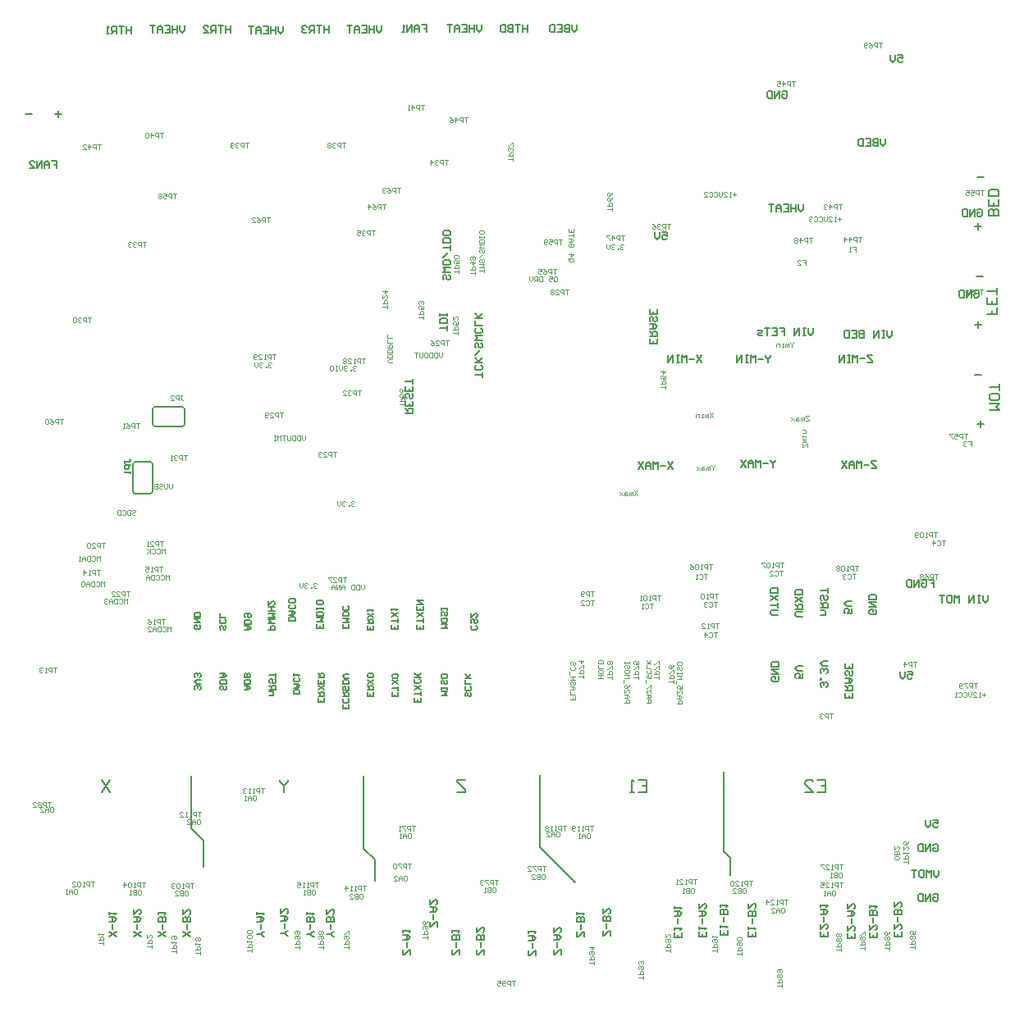
<source format=gbo>
G04*
G04 #@! TF.GenerationSoftware,Altium Limited,Altium Designer,18.1.7 (191)*
G04*
G04 Layer_Color=32896*
%FSLAX25Y25*%
%MOIN*%
G70*
G01*
G75*
%ADD12C,0.00800*%
%ADD17C,0.00500*%
%ADD21C,0.00600*%
%ADD23C,0.00400*%
%ADD31C,0.00700*%
G54D12*
X-320894Y228161D02*
X-323559D01*
X-322227Y229494D02*
Y226828D01*
X-332890Y228161D02*
X-335556D01*
G54D17*
X-175001Y-8982D02*
Y-10648D01*
X-177500D01*
Y-8982D01*
X-176250Y-10648D02*
Y-9815D01*
X-175001Y-8149D02*
Y-6483D01*
Y-7316D01*
X-177500D01*
X-175001Y-5650D02*
X-177500Y-3984D01*
X-175001D02*
X-177500Y-5650D01*
X-175417Y-1484D02*
X-175001Y-1901D01*
Y-2734D01*
X-175417Y-3150D01*
X-177084D01*
X-177500Y-2734D01*
Y-1901D01*
X-177084Y-1484D01*
X-175001Y-651D02*
X-177500D01*
X-176667D01*
X-175001Y1015D01*
X-176250Y-235D01*
X-177500Y1015D01*
X-184201Y-6782D02*
Y-8448D01*
X-186700D01*
Y-6782D01*
X-185450Y-8448D02*
Y-7615D01*
X-184201Y-5949D02*
Y-4283D01*
Y-5116D01*
X-186700D01*
X-184201Y-3450D02*
X-186700Y-1784D01*
X-184201D02*
X-186700Y-3450D01*
X-184617Y-950D02*
X-184201Y-534D01*
Y299D01*
X-184617Y716D01*
X-186284D01*
X-186700Y299D01*
Y-534D01*
X-186284Y-950D01*
X-184617D01*
X-194201Y-6682D02*
Y-8348D01*
X-196700D01*
Y-6682D01*
X-195450Y-8348D02*
Y-7515D01*
X-196700Y-5849D02*
X-194201D01*
Y-4599D01*
X-194617Y-4183D01*
X-195450D01*
X-195867Y-4599D01*
Y-5849D01*
Y-5016D02*
X-196700Y-4183D01*
X-194201Y-3350D02*
X-196700Y-1684D01*
X-194201D02*
X-196700Y-3350D01*
X-194617Y-850D02*
X-194201Y-434D01*
Y399D01*
X-194617Y816D01*
X-196283D01*
X-196700Y399D01*
Y-434D01*
X-196283Y-850D01*
X-194617D01*
X-204201Y-11882D02*
Y-13548D01*
X-206700D01*
Y-11882D01*
X-205450Y-13548D02*
Y-12715D01*
X-204617Y-9383D02*
X-204201Y-9799D01*
Y-10632D01*
X-204617Y-11049D01*
X-206283D01*
X-206700Y-10632D01*
Y-9799D01*
X-206283Y-9383D01*
X-206700Y-8550D02*
X-204201D01*
Y-7300D01*
X-204617Y-6884D01*
X-205450D01*
X-205867Y-7300D01*
Y-8550D01*
Y-7717D02*
X-206700Y-6884D01*
X-204617Y-4384D02*
X-204201Y-4801D01*
Y-5634D01*
X-204617Y-6050D01*
X-205034D01*
X-205450Y-5634D01*
Y-4801D01*
X-205867Y-4384D01*
X-206283D01*
X-206700Y-4801D01*
Y-5634D01*
X-206283Y-6050D01*
X-204201Y-3551D02*
X-206700D01*
Y-2302D01*
X-206283Y-1885D01*
X-204617D01*
X-204201Y-2302D01*
Y-3551D01*
Y-1052D02*
X-205867D01*
X-206700Y-219D01*
X-205867Y614D01*
X-204201D01*
X-214201Y-9182D02*
Y-10848D01*
X-216700D01*
Y-9182D01*
X-215450Y-10848D02*
Y-10015D01*
X-216700Y-8349D02*
X-214201D01*
Y-7099D01*
X-214617Y-6683D01*
X-215450D01*
X-215867Y-7099D01*
Y-8349D01*
Y-7516D02*
X-216700Y-6683D01*
X-214201Y-5850D02*
X-216700Y-4184D01*
X-214201D02*
X-216700Y-5850D01*
X-214201Y-1684D02*
Y-3351D01*
X-216700D01*
Y-1684D01*
X-215450Y-3351D02*
Y-2517D01*
X-216700Y-851D02*
X-214201D01*
Y398D01*
X-214617Y815D01*
X-215450D01*
X-215867Y398D01*
Y-851D01*
Y-18D02*
X-216700Y815D01*
X-166700Y-8148D02*
X-164201D01*
X-165034Y-7315D01*
X-164201Y-6482D01*
X-166700D01*
X-164201Y-5649D02*
Y-4816D01*
Y-5232D01*
X-166700D01*
Y-5649D01*
Y-4816D01*
X-164617Y-1900D02*
X-164201Y-2317D01*
Y-3150D01*
X-164617Y-3566D01*
X-165034D01*
X-165450Y-3150D01*
Y-2317D01*
X-165867Y-1900D01*
X-166284D01*
X-166700Y-2317D01*
Y-3150D01*
X-166284Y-3566D01*
X-164201Y183D02*
Y-650D01*
X-164617Y-1067D01*
X-166284D01*
X-166700Y-650D01*
Y183D01*
X-166284Y599D01*
X-164617D01*
X-164201Y183D01*
X-154917Y-6882D02*
X-154501Y-7299D01*
Y-8132D01*
X-154917Y-8548D01*
X-155334D01*
X-155750Y-8132D01*
Y-7299D01*
X-156167Y-6882D01*
X-156583D01*
X-157000Y-7299D01*
Y-8132D01*
X-156583Y-8548D01*
X-154917Y-4383D02*
X-154501Y-4799D01*
Y-5632D01*
X-154917Y-6049D01*
X-156583D01*
X-157000Y-5632D01*
Y-4799D01*
X-156583Y-4383D01*
X-154501Y-3550D02*
X-157000D01*
Y-1884D01*
X-154501Y-1051D02*
X-157000D01*
X-156167D01*
X-154501Y616D01*
X-155750Y-634D01*
X-157000Y616D01*
X-152403Y20390D02*
X-151987Y19974D01*
Y19140D01*
X-152403Y18724D01*
X-154069D01*
X-154486Y19140D01*
Y19974D01*
X-154069Y20390D01*
X-152403Y22889D02*
X-151987Y22473D01*
Y21640D01*
X-152403Y21223D01*
X-152820D01*
X-153236Y21640D01*
Y22473D01*
X-153653Y22889D01*
X-154069D01*
X-154486Y22473D01*
Y21640D01*
X-154069Y21223D01*
X-154486Y25389D02*
Y23722D01*
X-152820Y25389D01*
X-152403D01*
X-151987Y24972D01*
Y24139D01*
X-152403Y23722D01*
X-166600Y19252D02*
X-164101D01*
X-164934Y20085D01*
X-164101Y20918D01*
X-166600D01*
X-164101Y23001D02*
Y22168D01*
X-164517Y21751D01*
X-166183D01*
X-166600Y22168D01*
Y23001D01*
X-166183Y23417D01*
X-164517D01*
X-164101Y23001D01*
X-164517Y25916D02*
X-164101Y25500D01*
Y24667D01*
X-164517Y24250D01*
X-164934D01*
X-165350Y24667D01*
Y25500D01*
X-165767Y25916D01*
X-166183D01*
X-166600Y25500D01*
Y24667D01*
X-166183Y24250D01*
X-164101Y26750D02*
Y27582D01*
Y27166D01*
X-166600D01*
Y26750D01*
Y27582D01*
X-214627Y21056D02*
Y19390D01*
X-217126D01*
Y21056D01*
X-215876Y19390D02*
Y20223D01*
X-217126Y21889D02*
X-214627D01*
X-215460Y22722D01*
X-214627Y23555D01*
X-217126D01*
X-214627Y24388D02*
X-217126D01*
Y25638D01*
X-216709Y26054D01*
X-215043D01*
X-214627Y25638D01*
Y24388D01*
Y26887D02*
Y27720D01*
Y27304D01*
X-217126D01*
Y26887D01*
Y27720D01*
X-214627Y30220D02*
Y29386D01*
X-215043Y28970D01*
X-216709D01*
X-217126Y29386D01*
Y30220D01*
X-216709Y30636D01*
X-215043D01*
X-214627Y30220D01*
X-204201Y20818D02*
Y19152D01*
X-206700D01*
Y20818D01*
X-205450Y19152D02*
Y19985D01*
X-206700Y21651D02*
X-204201D01*
X-205034Y22484D01*
X-204201Y23317D01*
X-206700D01*
X-204201Y24150D02*
X-206700D01*
Y25400D01*
X-206283Y25816D01*
X-204617D01*
X-204201Y25400D01*
Y24150D01*
X-204617Y28316D02*
X-204201Y27899D01*
Y27066D01*
X-204617Y26649D01*
X-206283D01*
X-206700Y27066D01*
Y27899D01*
X-206283Y28316D01*
X-194119Y20320D02*
Y18654D01*
X-196618D01*
Y20320D01*
X-195369Y18654D02*
Y19487D01*
X-196618Y21153D02*
X-194119D01*
Y22403D01*
X-194536Y22819D01*
X-195369D01*
X-195785Y22403D01*
Y21153D01*
Y21986D02*
X-196618Y22819D01*
X-194119Y23652D02*
X-196618Y25318D01*
X-194119D02*
X-196618Y23652D01*
Y26151D02*
Y26985D01*
Y26568D01*
X-194119D01*
X-194536Y26151D01*
X-184301Y20618D02*
Y18952D01*
X-186800D01*
Y20618D01*
X-185550Y18952D02*
Y19785D01*
X-184301Y21451D02*
Y23117D01*
Y22284D01*
X-186800D01*
X-184301Y23950D02*
X-186800Y25616D01*
X-184301D02*
X-186800Y23950D01*
Y26449D02*
Y27283D01*
Y26866D01*
X-184301D01*
X-184717Y26449D01*
X-173986Y20627D02*
Y18961D01*
X-176485D01*
Y20627D01*
X-175236Y18961D02*
Y19794D01*
X-173986Y21460D02*
Y23126D01*
Y22293D01*
X-176485D01*
X-173986Y23959D02*
X-176485Y25625D01*
X-173986D02*
X-176485Y23959D01*
X-173986Y28124D02*
Y26458D01*
X-176485D01*
Y28124D01*
X-175236Y26458D02*
Y27292D01*
X-176485Y28958D02*
X-173986D01*
X-176485Y30624D01*
X-173986D01*
X-264757Y-5770D02*
X-264341Y-5353D01*
Y-4520D01*
X-264757Y-4104D01*
X-265174D01*
X-265590Y-4520D01*
Y-4937D01*
Y-4520D01*
X-266007Y-4104D01*
X-266423D01*
X-266840Y-4520D01*
Y-5353D01*
X-266423Y-5770D01*
X-264341Y-3271D02*
X-266007D01*
X-266840Y-2437D01*
X-266007Y-1604D01*
X-264341D01*
X-264757Y-771D02*
X-264341Y-355D01*
Y478D01*
X-264757Y895D01*
X-265174D01*
X-265590Y478D01*
Y62D01*
Y478D01*
X-266007Y895D01*
X-266423D01*
X-266840Y478D01*
Y-355D01*
X-266423Y-771D01*
X-254317Y-4182D02*
X-253901Y-4598D01*
Y-5432D01*
X-254317Y-5848D01*
X-254734D01*
X-255150Y-5432D01*
Y-4598D01*
X-255567Y-4182D01*
X-255983D01*
X-256400Y-4598D01*
Y-5432D01*
X-255983Y-5848D01*
X-253901Y-3349D02*
X-256400D01*
Y-2099D01*
X-255983Y-1683D01*
X-254317D01*
X-253901Y-2099D01*
Y-3349D01*
X-256400Y-850D02*
X-254734D01*
X-253901Y-17D01*
X-254734Y816D01*
X-256400D01*
X-255150D01*
Y-850D01*
X-246700Y-5848D02*
X-245034D01*
X-244201Y-5015D01*
X-245034Y-4182D01*
X-246700D01*
X-245450D01*
Y-5848D01*
X-244201Y-3349D02*
X-246700D01*
Y-2099D01*
X-246284Y-1683D01*
X-244617D01*
X-244201Y-2099D01*
Y-3349D01*
X-244617Y-850D02*
X-244201Y-433D01*
Y400D01*
X-244617Y816D01*
X-245034D01*
X-245450Y400D01*
X-245867Y816D01*
X-246284D01*
X-246700Y400D01*
Y-433D01*
X-246284Y-850D01*
X-245867D01*
X-245450Y-433D01*
X-245034Y-850D01*
X-244617D01*
X-245450Y-433D02*
Y400D01*
X-236442Y-8121D02*
X-234776D01*
Y-6872D01*
X-235192Y-6455D01*
X-236442D01*
Y-5622D02*
X-233943D01*
Y-4372D01*
X-234359Y-3956D01*
X-235192D01*
X-235609Y-4372D01*
Y-5622D01*
Y-4789D02*
X-236442Y-3956D01*
X-234359Y-1457D02*
X-233943Y-1873D01*
Y-2706D01*
X-234359Y-3123D01*
X-234776D01*
X-235192Y-2706D01*
Y-1873D01*
X-235609Y-1457D01*
X-236025D01*
X-236442Y-1873D01*
Y-2706D01*
X-236025Y-3123D01*
X-233943Y-624D02*
Y1042D01*
Y209D01*
X-236442D01*
X-224101Y-7548D02*
X-226600D01*
Y-6299D01*
X-226184Y-5882D01*
X-224517D01*
X-224101Y-6299D01*
Y-7548D01*
X-226600Y-5049D02*
X-224934D01*
X-224101Y-4216D01*
X-224934Y-3383D01*
X-226600D01*
X-225350D01*
Y-5049D01*
X-224517Y-884D02*
X-224101Y-1300D01*
Y-2133D01*
X-224517Y-2550D01*
X-226184D01*
X-226600Y-2133D01*
Y-1300D01*
X-226184Y-884D01*
X-226600Y-51D02*
Y783D01*
Y366D01*
X-224101D01*
X-224517Y-51D01*
X-225946Y22146D02*
X-228445D01*
Y23395D01*
X-228028Y23812D01*
X-226362D01*
X-225946Y23395D01*
Y22146D01*
X-228445Y24645D02*
X-226779D01*
X-225946Y25478D01*
X-226779Y26311D01*
X-228445D01*
X-227195D01*
Y24645D01*
X-226362Y28810D02*
X-225946Y28394D01*
Y27561D01*
X-226362Y27144D01*
X-228028D01*
X-228445Y27561D01*
Y28394D01*
X-228028Y28810D01*
X-226362Y29643D02*
X-225946Y30060D01*
Y30893D01*
X-226362Y31309D01*
X-228028D01*
X-228445Y30893D01*
Y30060D01*
X-228028Y29643D01*
X-226362D01*
X-236828Y18636D02*
X-234329D01*
Y19886D01*
X-234746Y20302D01*
X-235579D01*
X-235996Y19886D01*
Y18636D01*
X-234329Y21135D02*
X-236828D01*
X-235996Y21968D01*
X-236828Y22801D01*
X-234329D01*
X-236828Y23634D02*
X-234329D01*
X-235162Y24467D01*
X-234329Y25300D01*
X-236828D01*
X-234329Y26134D02*
X-236828D01*
X-235579D01*
Y27800D01*
X-234329D01*
X-236828D01*
Y30299D02*
Y28633D01*
X-235162Y30299D01*
X-234746D01*
X-234329Y29882D01*
Y29049D01*
X-234746Y28633D01*
X-246504Y18551D02*
X-244838D01*
X-244005Y19384D01*
X-244838Y20217D01*
X-246504D01*
X-245255D01*
Y18551D01*
X-244005Y21050D02*
X-246504D01*
Y22300D01*
X-246088Y22716D01*
X-244422D01*
X-244005Y22300D01*
Y21050D01*
X-246088Y23550D02*
X-246504Y23966D01*
Y24799D01*
X-246088Y25216D01*
X-244422D01*
X-244005Y24799D01*
Y23966D01*
X-244422Y23550D01*
X-244838D01*
X-245255Y23966D01*
Y25216D01*
X-254522Y20387D02*
X-254106Y19971D01*
Y19137D01*
X-254522Y18721D01*
X-254939D01*
X-255355Y19137D01*
Y19971D01*
X-255772Y20387D01*
X-256188D01*
X-256605Y19971D01*
Y19137D01*
X-256188Y18721D01*
X-254522Y22886D02*
X-254106Y22470D01*
Y21637D01*
X-254522Y21220D01*
X-256188D01*
X-256605Y21637D01*
Y22470D01*
X-256188Y22886D01*
X-254106Y23719D02*
X-256605D01*
Y25385D01*
X-264877Y20642D02*
X-264461Y20225D01*
Y19392D01*
X-264877Y18975D01*
X-266543D01*
X-266960Y19392D01*
Y20225D01*
X-266543Y20642D01*
X-265710D01*
Y19809D01*
X-266960Y21475D02*
X-264461D01*
X-266960Y23141D01*
X-264461D01*
Y23974D02*
X-266960D01*
Y25223D01*
X-266543Y25640D01*
X-264877D01*
X-264461Y25223D01*
Y23974D01*
X-295267Y86368D02*
Y87201D01*
Y86785D01*
X-293184D01*
X-292767Y87201D01*
Y87618D01*
X-293184Y88034D01*
X-292767Y85535D02*
X-295267D01*
Y84286D01*
X-294850Y83869D01*
X-294017D01*
X-293600Y84286D01*
Y85535D01*
X-292767Y83036D02*
Y82203D01*
Y82620D01*
X-295267D01*
X-294850Y83036D01*
G54D21*
X-282988Y109315D02*
X-283695Y109022D01*
X-283988Y108315D01*
X-270988D02*
X-271281Y109022D01*
X-271988Y109315D01*
Y101315D02*
X-271281Y101608D01*
X-270988Y102315D01*
X-283988D02*
X-283695Y101608D01*
X-282988Y101315D01*
X-290921Y86815D02*
X-291628Y86522D01*
X-291921Y85815D01*
Y74815D02*
X-291628Y74108D01*
X-290921Y73815D01*
X-284921D02*
X-284214Y74108D01*
X-283921Y74815D01*
Y85815D02*
X-284214Y86522D01*
X-284921Y86815D01*
X-282988Y101315D02*
X-271988D01*
X-283988Y102315D02*
Y108315D01*
X-270988Y102315D02*
Y108315D01*
X-282988Y109315D02*
X-271988D01*
X-283921Y74815D02*
Y85815D01*
X-290921Y73815D02*
X-284921D01*
X-290921Y86815D02*
X-284921D01*
X-291921Y74815D02*
Y85815D01*
X-49339Y-81024D02*
Y-73937D01*
X-51996Y-71280D02*
X-49339Y-73937D01*
X-51996Y-71280D02*
Y-39095D01*
X-126602Y-69606D02*
X-112035Y-84173D01*
X-126602Y-69606D02*
Y-40276D01*
X-193532Y-83386D02*
Y-74823D01*
X-198059Y-70295D02*
X-193532Y-74823D01*
X-198059Y-70295D02*
Y-40866D01*
X-263216Y-77874D02*
Y-67047D01*
X-268138Y-62126D02*
X-263216Y-67047D01*
X-268138Y-62126D02*
Y-59862D01*
Y-40768D01*
X33178Y-58597D02*
X35177D01*
Y-60097D01*
X34177Y-59597D01*
X33677D01*
X33178Y-60097D01*
Y-61096D01*
X33677Y-61596D01*
X34677D01*
X35177Y-61096D01*
X32178Y-58597D02*
Y-60596D01*
X31178Y-61596D01*
X30178Y-60596D01*
Y-58597D01*
X-76999Y180164D02*
X-75000D01*
Y178665D01*
X-76000Y179165D01*
X-76499D01*
X-76999Y178665D01*
Y177665D01*
X-76499Y177165D01*
X-75500D01*
X-75000Y177665D01*
X-77999Y180164D02*
Y178165D01*
X-78999Y177165D01*
X-79998Y178165D01*
Y180164D01*
X22705Y1719D02*
X24705D01*
Y220D01*
X23705Y720D01*
X23205D01*
X22705Y220D01*
Y-780D01*
X23205Y-1280D01*
X24205D01*
X24705Y-780D01*
X21706Y1719D02*
Y-280D01*
X20706Y-1280D01*
X19706Y-280D01*
Y1719D01*
X538Y-6957D02*
Y-8957D01*
X-2461D01*
Y-6957D01*
X-961Y-8957D02*
Y-7957D01*
X-2461Y-5958D02*
X538D01*
Y-4458D01*
X39Y-3958D01*
X-961D01*
X-1461Y-4458D01*
Y-5958D01*
Y-4958D02*
X-2461Y-3958D01*
Y-2959D02*
X-461D01*
X538Y-1959D01*
X-461Y-959D01*
X-2461D01*
X-961D01*
Y-2959D01*
X39Y2040D02*
X538Y1540D01*
Y540D01*
X39Y40D01*
X-461D01*
X-961Y540D01*
Y1540D01*
X-1461Y2040D01*
X-1961D01*
X-2461Y1540D01*
Y540D01*
X-1961Y40D01*
X538Y5039D02*
Y3039D01*
X-2461D01*
Y5039D01*
X-961Y3039D02*
Y4039D01*
X-29981Y-363D02*
X-29481Y-863D01*
Y-1862D01*
X-29981Y-2362D01*
X-31980D01*
X-32480Y-1862D01*
Y-863D01*
X-31980Y-363D01*
X-30981D01*
Y-1362D01*
X-32480Y637D02*
X-29481D01*
X-32480Y2636D01*
X-29481D01*
Y3636D02*
X-32480D01*
Y5135D01*
X-31980Y5635D01*
X-29981D01*
X-29481Y5135D01*
Y3636D01*
X-10198Y-4724D02*
X-9698Y-4225D01*
Y-3225D01*
X-10198Y-2725D01*
X-10697D01*
X-11197Y-3225D01*
Y-3725D01*
Y-3225D01*
X-11697Y-2725D01*
X-12197D01*
X-12697Y-3225D01*
Y-4225D01*
X-12197Y-4724D01*
X-12697Y-1725D02*
X-12197D01*
Y-1225D01*
X-12697D01*
Y-1725D01*
X-10198Y774D02*
X-9698Y1274D01*
Y2273D01*
X-10198Y2773D01*
X-10697D01*
X-11197Y2273D01*
Y1774D01*
Y2273D01*
X-11697Y2773D01*
X-12197D01*
X-12697Y2273D01*
Y1274D01*
X-12197Y774D01*
X-9698Y3773D02*
X-11697D01*
X-12697Y4772D01*
X-11697Y5772D01*
X-9698D01*
X-19737Y917D02*
Y-1083D01*
X-21237D01*
X-20737Y-83D01*
Y417D01*
X-21237Y917D01*
X-22236D01*
X-22736Y417D01*
Y-583D01*
X-22236Y-1083D01*
X-19737Y1916D02*
X-21736D01*
X-22736Y2916D01*
X-21736Y3916D01*
X-19737D01*
X56075Y107953D02*
X60074D01*
X58741Y109286D01*
X60074Y110618D01*
X56075D01*
X60074Y113951D02*
Y112618D01*
X59407Y111951D01*
X56741D01*
X56075Y112618D01*
Y113951D01*
X56741Y114617D01*
X59407D01*
X60074Y113951D01*
Y115950D02*
Y118616D01*
Y117283D01*
X56075D01*
X59089Y149496D02*
Y146831D01*
X57090D01*
Y148163D01*
Y146831D01*
X55090D01*
X59089Y153495D02*
Y150829D01*
X55090D01*
Y153495D01*
X57090Y150829D02*
Y152162D01*
X59089Y154828D02*
Y157494D01*
Y156161D01*
X55090D01*
X59778Y186988D02*
X55779D01*
Y188988D01*
X56446Y189654D01*
X57112D01*
X57779Y188988D01*
Y186988D01*
Y188988D01*
X58445Y189654D01*
X59112D01*
X59778Y188988D01*
Y186988D01*
Y193653D02*
Y190987D01*
X55779D01*
Y193653D01*
X57779Y190987D02*
Y192320D01*
X59778Y194985D02*
X55779D01*
Y196985D01*
X56446Y197651D01*
X59112D01*
X59778Y196985D01*
Y194985D01*
X52728Y182688D02*
X50063D01*
X51395Y184021D02*
Y181355D01*
X52827Y142432D02*
X50161D01*
X51494Y143765D02*
Y141100D01*
X53909Y102275D02*
X51244D01*
X52577Y103608D02*
Y100942D01*
X52728Y122157D02*
X50063D01*
X53417Y162216D02*
X50752D01*
X53713Y202472D02*
X51047D01*
X-12697Y24705D02*
X-10697D01*
Y26204D01*
X-11197Y26704D01*
X-12697D01*
Y27704D02*
X-9698D01*
Y29203D01*
X-10198Y29703D01*
X-11197D01*
X-11697Y29203D01*
Y27704D01*
Y28703D02*
X-12697Y29703D01*
X-10198Y32702D02*
X-9698Y32202D01*
Y31203D01*
X-10198Y30703D01*
X-10697D01*
X-11197Y31203D01*
Y32202D01*
X-11697Y32702D01*
X-12197D01*
X-12697Y32202D01*
Y31203D01*
X-12197Y30703D01*
X-9698Y33702D02*
Y35701D01*
Y34701D01*
X-12697D01*
X-15553Y141387D02*
Y139388D01*
X-16553Y138388D01*
X-17552Y139388D01*
Y141387D01*
X-18552D02*
X-19552D01*
X-19052D01*
Y138388D01*
X-18552D01*
X-19552D01*
X-21051D02*
Y141387D01*
X-23051Y138388D01*
Y141387D01*
X-29049D02*
X-27049D01*
Y139888D01*
X-28049D01*
X-27049D01*
Y138388D01*
X-32048Y141387D02*
X-30048D01*
Y138388D01*
X-32048D01*
X-30048Y139888D02*
X-31048D01*
X-33047Y141387D02*
X-35047D01*
X-34047D01*
Y138388D01*
X-36046D02*
X-37546D01*
X-38046Y138888D01*
X-37546Y139388D01*
X-36546D01*
X-36046Y139888D01*
X-36546Y140388D01*
X-38046D01*
X16608Y140305D02*
Y138306D01*
X15609Y137306D01*
X14609Y138306D01*
Y140305D01*
X13609D02*
X12610D01*
X13110D01*
Y137306D01*
X13609D01*
X12610D01*
X11110D02*
Y140305D01*
X9111Y137306D01*
Y140305D01*
X5112D02*
Y137306D01*
X3613D01*
X3113Y137806D01*
Y138306D01*
X3613Y138806D01*
X5112D01*
X3613D01*
X3113Y139306D01*
Y139805D01*
X3613Y140305D01*
X5112D01*
X114D02*
X2113D01*
Y137306D01*
X114D01*
X2113Y138806D02*
X1113D01*
X-886Y140305D02*
Y137306D01*
X-2386D01*
X-2885Y137806D01*
Y139805D01*
X-2386Y140305D01*
X-886D01*
X33297Y-68958D02*
X33797Y-68458D01*
X34797D01*
X35297Y-68958D01*
Y-70957D01*
X34797Y-71457D01*
X33797D01*
X33297Y-70957D01*
Y-69958D01*
X34297D01*
X32298Y-71457D02*
Y-68458D01*
X30298Y-71457D01*
Y-68458D01*
X29299D02*
Y-71457D01*
X27799D01*
X27299Y-70957D01*
Y-68958D01*
X27799Y-68458D01*
X29299D01*
X51024Y189094D02*
X51524Y189594D01*
X52524D01*
X53024Y189094D01*
Y187094D01*
X52524Y186594D01*
X51524D01*
X51024Y187094D01*
Y188094D01*
X52024D01*
X50025Y186594D02*
Y189594D01*
X48025Y186594D01*
Y189594D01*
X47026D02*
Y186594D01*
X45526D01*
X45026Y187094D01*
Y189094D01*
X45526Y189594D01*
X47026D01*
X-60925Y130164D02*
X-62924Y127165D01*
Y130164D02*
X-60925Y127165D01*
X-63924Y128665D02*
X-65924D01*
X-66923Y127165D02*
Y130164D01*
X-67923Y129165D01*
X-68923Y130164D01*
Y127165D01*
X-69922Y130164D02*
X-70922D01*
X-70422D01*
Y127165D01*
X-69922D01*
X-70922D01*
X-72421D02*
Y130164D01*
X-74421Y127165D01*
Y130164D01*
X-271000Y264251D02*
Y262252D01*
X-272000Y261252D01*
X-272999Y262252D01*
Y264251D01*
X-273999D02*
Y261252D01*
Y262751D01*
X-275998D01*
Y264251D01*
Y261252D01*
X-278997Y264251D02*
X-276998D01*
Y261252D01*
X-278997D01*
X-276998Y262751D02*
X-277998D01*
X-279997Y261252D02*
Y263251D01*
X-280997Y264251D01*
X-281996Y263251D01*
Y261252D01*
Y262751D01*
X-279997D01*
X-282996Y264251D02*
X-284996D01*
X-283996D01*
Y261252D01*
X-29777Y24705D02*
X-32276D01*
X-32776Y25205D01*
Y26204D01*
X-32276Y26704D01*
X-29777D01*
Y27704D02*
Y29703D01*
Y28703D01*
X-32776D01*
X-29777Y30703D02*
X-32776Y32702D01*
X-29777D02*
X-32776Y30703D01*
X-29777Y33702D02*
X-32776D01*
Y35201D01*
X-32276Y35701D01*
X-30276D01*
X-29777Y35201D01*
Y33702D01*
X35470Y-78979D02*
Y-80979D01*
X34470Y-81978D01*
X33470Y-80979D01*
Y-78979D01*
X32471Y-81978D02*
Y-78979D01*
X31471Y-79979D01*
X30471Y-78979D01*
Y-81978D01*
X27972Y-78979D02*
X28972D01*
X29472Y-79479D01*
Y-81479D01*
X28972Y-81978D01*
X27972D01*
X27472Y-81479D01*
Y-79479D01*
X27972Y-78979D01*
X26473D02*
X24473D01*
X25473D01*
Y-81978D01*
X-231000Y263851D02*
Y261852D01*
X-232000Y260852D01*
X-232999Y261852D01*
Y263851D01*
X-233999D02*
Y260852D01*
Y262351D01*
X-235998D01*
Y263851D01*
Y260852D01*
X-238997Y263851D02*
X-236998D01*
Y260852D01*
X-238997D01*
X-236998Y262351D02*
X-237998D01*
X-239997Y260852D02*
Y262851D01*
X-240997Y263851D01*
X-241996Y262851D01*
Y260852D01*
Y262351D01*
X-239997D01*
X-242996Y263851D02*
X-244995D01*
X-243996D01*
Y260852D01*
X-111500Y264451D02*
Y262452D01*
X-112500Y261452D01*
X-113499Y262452D01*
Y264451D01*
X-114499D02*
Y261452D01*
X-115999D01*
X-116498Y261952D01*
Y262452D01*
X-115999Y262951D01*
X-114499D01*
X-115999D01*
X-116498Y263451D01*
Y263951D01*
X-115999Y264451D01*
X-114499D01*
X-119497D02*
X-117498D01*
Y261452D01*
X-119497D01*
X-117498Y262951D02*
X-118498D01*
X-120497Y264451D02*
Y261452D01*
X-121997D01*
X-122496Y261952D01*
Y263951D01*
X-121997Y264451D01*
X-120497D01*
X-150300D02*
Y262452D01*
X-151300Y261452D01*
X-152299Y262452D01*
Y264451D01*
X-153299D02*
Y261452D01*
Y262951D01*
X-155298D01*
Y264451D01*
Y261452D01*
X-158297Y264451D02*
X-156298D01*
Y261452D01*
X-158297D01*
X-156298Y262951D02*
X-157298D01*
X-159297Y261452D02*
Y263451D01*
X-160297Y264451D01*
X-161296Y263451D01*
Y261452D01*
Y262951D01*
X-159297D01*
X-162296Y264451D02*
X-164295D01*
X-163296D01*
Y261452D01*
X-191000Y264251D02*
Y262252D01*
X-192000Y261252D01*
X-192999Y262252D01*
Y264251D01*
X-193999D02*
Y261252D01*
Y262751D01*
X-195998D01*
Y264251D01*
Y261252D01*
X-198997Y264251D02*
X-196998D01*
Y261252D01*
X-198997D01*
X-196998Y262751D02*
X-197998D01*
X-199997Y261252D02*
Y263251D01*
X-200997Y264251D01*
X-201996Y263251D01*
Y261252D01*
Y262751D01*
X-199997D01*
X-202996Y264251D02*
X-204995D01*
X-203996D01*
Y261252D01*
X-19500Y191551D02*
Y189552D01*
X-20500Y188552D01*
X-21499Y189552D01*
Y191551D01*
X-22499D02*
Y188552D01*
Y190051D01*
X-24498D01*
Y191551D01*
Y188552D01*
X-27497Y191551D02*
X-25498D01*
Y188552D01*
X-27497D01*
X-25498Y190051D02*
X-26498D01*
X-28497Y188552D02*
Y190551D01*
X-29497Y191551D01*
X-30496Y190551D01*
Y188552D01*
Y190051D01*
X-28497D01*
X-31496Y191551D02*
X-33496D01*
X-32496D01*
Y188552D01*
X-28099Y237151D02*
X-27599Y237651D01*
X-26600D01*
X-26100Y237151D01*
Y235152D01*
X-26600Y234652D01*
X-27599D01*
X-28099Y235152D01*
Y236151D01*
X-27100D01*
X-29099Y234652D02*
Y237651D01*
X-31098Y234652D01*
Y237651D01*
X-32098D02*
Y234652D01*
X-33598D01*
X-34097Y235152D01*
Y237151D01*
X-33598Y237651D01*
X-32098D01*
X31564Y38924D02*
X33563D01*
Y37425D01*
X32563D01*
X33563D01*
Y35925D01*
X28565Y38424D02*
X29064Y38924D01*
X30064D01*
X30564Y38424D01*
Y36425D01*
X30064Y35925D01*
X29064D01*
X28565Y36425D01*
Y37425D01*
X29564D01*
X27565Y35925D02*
Y38924D01*
X25566Y35925D01*
Y38924D01*
X24566D02*
Y35925D01*
X23066D01*
X22567Y36425D01*
Y38424D01*
X23066Y38924D01*
X24566D01*
X33297Y-89127D02*
X33797Y-88627D01*
X34797D01*
X35297Y-89127D01*
Y-91126D01*
X34797Y-91626D01*
X33797D01*
X33297Y-91126D01*
Y-90127D01*
X34297D01*
X32298Y-91626D02*
Y-88627D01*
X30298Y-91626D01*
Y-88627D01*
X29299D02*
Y-91626D01*
X27799D01*
X27299Y-91126D01*
Y-89127D01*
X27799Y-88627D01*
X29299D01*
X46Y27098D02*
Y25098D01*
X-1453D01*
X-953Y26098D01*
Y26598D01*
X-1453Y27098D01*
X-2453D01*
X-2953Y26598D01*
Y25598D01*
X-2453Y25098D01*
X46Y28098D02*
X-1953D01*
X-2953Y29097D01*
X-1953Y30097D01*
X46D01*
X49745Y156121D02*
X50245Y156621D01*
X51244D01*
X51744Y156121D01*
Y154122D01*
X51244Y153622D01*
X50245D01*
X49745Y154122D01*
Y155122D01*
X50744D01*
X48745Y153622D02*
Y156621D01*
X46746Y153622D01*
Y156621D01*
X45746D02*
Y153622D01*
X44247D01*
X43747Y154122D01*
Y156121D01*
X44247Y156621D01*
X45746D01*
X-33027Y130189D02*
Y129689D01*
X-34027Y128689D01*
X-35026Y129689D01*
Y130189D01*
X-34027Y128689D02*
Y127190D01*
X-36026Y128689D02*
X-38025D01*
X-39025Y127190D02*
Y130189D01*
X-40025Y129189D01*
X-41025Y130189D01*
Y127190D01*
X-42024Y130189D02*
X-43024D01*
X-42524D01*
Y127190D01*
X-42024D01*
X-43024D01*
X-44523D02*
Y130189D01*
X-46523Y127190D01*
Y130189D01*
X-30933Y87723D02*
Y87224D01*
X-31933Y86224D01*
X-32932Y87224D01*
Y87723D01*
X-31933Y86224D02*
Y84724D01*
X-33932Y86224D02*
X-35932D01*
X-36931Y84724D02*
Y87723D01*
X-37931Y86724D01*
X-38930Y87723D01*
Y84724D01*
X-39930D02*
Y86724D01*
X-40930Y87723D01*
X-41930Y86724D01*
Y84724D01*
Y86224D01*
X-39930D01*
X-42929Y87723D02*
X-44929Y84724D01*
Y87723D02*
X-42929Y84724D01*
X8547Y130303D02*
X6548D01*
Y129803D01*
X8547Y127803D01*
Y127304D01*
X6548D01*
X5548Y128803D02*
X3549D01*
X2549Y127304D02*
Y130303D01*
X1550Y129303D01*
X550Y130303D01*
Y127304D01*
X-450Y130303D02*
X-1450D01*
X-950D01*
Y127304D01*
X-450D01*
X-1450D01*
X-2949D02*
Y130303D01*
X-4948Y127304D01*
Y130303D01*
X-72396Y86851D02*
X-74395Y83852D01*
Y86851D02*
X-72396Y83852D01*
X-75395Y85352D02*
X-77394D01*
X-78394Y83852D02*
Y86851D01*
X-79394Y85851D01*
X-80393Y86851D01*
Y83852D01*
X-81393D02*
Y85851D01*
X-82393Y86851D01*
X-83393Y85851D01*
Y83852D01*
Y85352D01*
X-81393D01*
X-84392Y86851D02*
X-86392Y83852D01*
Y86851D02*
X-84392Y83852D01*
X-97942Y-105871D02*
Y-103871D01*
X-98441D01*
X-100441Y-105871D01*
X-100941D01*
Y-103871D01*
X-99441Y-102872D02*
Y-100872D01*
X-97942Y-99873D02*
X-100941D01*
Y-98373D01*
X-100441Y-97873D01*
X-99941D01*
X-99441Y-98373D01*
Y-99873D01*
Y-98373D01*
X-98941Y-97873D01*
X-98441D01*
X-97942Y-98373D01*
Y-99873D01*
X-100941Y-94874D02*
Y-96874D01*
X-98941Y-94874D01*
X-98441D01*
X-97942Y-95374D01*
Y-96374D01*
X-98441Y-96874D01*
X-108370Y-106093D02*
Y-104093D01*
X-108870D01*
X-110869Y-106093D01*
X-111369D01*
Y-104093D01*
X-109870Y-103094D02*
Y-101094D01*
X-108370Y-100094D02*
X-111369D01*
Y-98595D01*
X-110869Y-98095D01*
X-110369D01*
X-109870Y-98595D01*
Y-100094D01*
Y-98595D01*
X-109370Y-98095D01*
X-108870D01*
X-108370Y-98595D01*
Y-100094D01*
X-111369Y-97096D02*
Y-96096D01*
Y-96596D01*
X-108370D01*
X-108870Y-97096D01*
X-117985Y-113563D02*
Y-111563D01*
X-118485D01*
X-120484Y-113563D01*
X-120984D01*
Y-111563D01*
X-119484Y-110564D02*
Y-108564D01*
X-120984Y-107564D02*
X-118984D01*
X-117985Y-106565D01*
X-118984Y-105565D01*
X-120984D01*
X-119484D01*
Y-107564D01*
X-120984Y-102566D02*
Y-104566D01*
X-118984Y-102566D01*
X-118485D01*
X-117985Y-103066D01*
Y-104066D01*
X-118485Y-104566D01*
X-128043Y-113710D02*
Y-111711D01*
X-128543D01*
X-130543Y-113710D01*
X-131043D01*
Y-111711D01*
X-129543Y-110712D02*
Y-108712D01*
X-131043Y-107712D02*
X-129043D01*
X-128043Y-106713D01*
X-129043Y-105713D01*
X-131043D01*
X-129543D01*
Y-107712D01*
X-131043Y-104713D02*
Y-103714D01*
Y-104214D01*
X-128043D01*
X-128543Y-104713D01*
X-68929Y-104250D02*
Y-106249D01*
X-71928D01*
Y-104250D01*
X-70429Y-106249D02*
Y-105250D01*
X-71928Y-103250D02*
Y-102251D01*
Y-102750D01*
X-68929D01*
X-69429Y-103250D01*
X-70429Y-100751D02*
Y-98752D01*
X-71928Y-97752D02*
X-69929D01*
X-68929Y-96752D01*
X-69929Y-95753D01*
X-71928D01*
X-70429D01*
Y-97752D01*
X-71928Y-94753D02*
Y-93753D01*
Y-94253D01*
X-68929D01*
X-69429Y-94753D01*
X-59018Y-104145D02*
Y-106144D01*
X-62017D01*
Y-104145D01*
X-60518Y-106144D02*
Y-105144D01*
X-62017Y-103145D02*
Y-102145D01*
Y-102645D01*
X-59018D01*
X-59518Y-103145D01*
X-60518Y-100646D02*
Y-98646D01*
X-62017Y-97647D02*
X-60018D01*
X-59018Y-96647D01*
X-60018Y-95647D01*
X-62017D01*
X-60518D01*
Y-97647D01*
X-62017Y-92648D02*
Y-94648D01*
X-60018Y-92648D01*
X-59518D01*
X-59018Y-93148D01*
Y-94148D01*
X-59518Y-94648D01*
X-50249Y-103414D02*
Y-105413D01*
X-53248D01*
Y-103414D01*
X-51749Y-105413D02*
Y-104414D01*
X-53248Y-102414D02*
Y-101415D01*
Y-101915D01*
X-50249D01*
X-50749Y-102414D01*
X-51749Y-99915D02*
Y-97916D01*
X-50249Y-96916D02*
X-53248D01*
Y-95417D01*
X-52748Y-94917D01*
X-52248D01*
X-51749Y-95417D01*
Y-96916D01*
Y-95417D01*
X-51249Y-94917D01*
X-50749D01*
X-50249Y-95417D01*
Y-96916D01*
X-53248Y-93917D02*
Y-92917D01*
Y-93417D01*
X-50249D01*
X-50749Y-93917D01*
X-38832Y-104103D02*
Y-106102D01*
X-41831D01*
Y-104103D01*
X-40331Y-106102D02*
Y-105103D01*
X-41831Y-103103D02*
Y-102104D01*
Y-102603D01*
X-38832D01*
X-39331Y-103103D01*
X-40331Y-100604D02*
Y-98605D01*
X-38832Y-97605D02*
X-41831D01*
Y-96106D01*
X-41331Y-95606D01*
X-40831D01*
X-40331Y-96106D01*
Y-97605D01*
Y-96106D01*
X-39831Y-95606D01*
X-39331D01*
X-38832Y-96106D01*
Y-97605D01*
X-41831Y-92607D02*
Y-94606D01*
X-39831Y-92607D01*
X-39331D01*
X-38832Y-93107D01*
Y-94106D01*
X-39331Y-94606D01*
X-9613Y-104059D02*
Y-106059D01*
X-12612D01*
Y-104059D01*
X-11112Y-106059D02*
Y-105059D01*
X-12612Y-101060D02*
Y-103060D01*
X-10613Y-101060D01*
X-10113D01*
X-9613Y-101560D01*
Y-102560D01*
X-10113Y-103060D01*
X-11112Y-100061D02*
Y-98061D01*
X-12612Y-97062D02*
X-10613D01*
X-9613Y-96062D01*
X-10613Y-95062D01*
X-12612D01*
X-11112D01*
Y-97062D01*
X-12612Y-94063D02*
Y-93063D01*
Y-93563D01*
X-9613D01*
X-10113Y-94063D01*
X1594Y-104812D02*
Y-106811D01*
X-1405D01*
Y-104812D01*
X94Y-106811D02*
Y-105811D01*
X-1405Y-101813D02*
Y-103812D01*
X594Y-101813D01*
X1094D01*
X1594Y-102313D01*
Y-103312D01*
X1094Y-103812D01*
X94Y-100813D02*
Y-98814D01*
X-1405Y-97814D02*
X594D01*
X1594Y-96814D01*
X594Y-95815D01*
X-1405D01*
X94D01*
Y-97814D01*
X-1405Y-92816D02*
Y-94815D01*
X594Y-92816D01*
X1094D01*
X1594Y-93315D01*
Y-94315D01*
X1094Y-94815D01*
X10410Y-104261D02*
Y-106260D01*
X7411D01*
Y-104261D01*
X8911Y-106260D02*
Y-105261D01*
X7411Y-101262D02*
Y-103261D01*
X9411Y-101262D01*
X9910D01*
X10410Y-101762D01*
Y-102761D01*
X9910Y-103261D01*
X8911Y-100262D02*
Y-98263D01*
X10410Y-97263D02*
X7411D01*
Y-95764D01*
X7911Y-95264D01*
X8411D01*
X8911Y-95764D01*
Y-97263D01*
Y-95764D01*
X9411Y-95264D01*
X9910D01*
X10410Y-95764D01*
Y-97263D01*
X7411Y-94264D02*
Y-93264D01*
Y-93764D01*
X10410D01*
X9910Y-94264D01*
X20422Y-104126D02*
Y-106126D01*
X17423D01*
Y-104126D01*
X18922Y-106126D02*
Y-105126D01*
X17423Y-101127D02*
Y-103127D01*
X19422Y-101127D01*
X19922D01*
X20422Y-101627D01*
Y-102627D01*
X19922Y-103127D01*
X18922Y-100128D02*
Y-98128D01*
X20422Y-97129D02*
X17423D01*
Y-95629D01*
X17923Y-95129D01*
X18422D01*
X18922Y-95629D01*
Y-97129D01*
Y-95629D01*
X19422Y-95129D01*
X19922D01*
X20422Y-95629D01*
Y-97129D01*
X17423Y-92130D02*
Y-94130D01*
X19422Y-92130D01*
X19922D01*
X20422Y-92630D01*
Y-93630D01*
X19922Y-94130D01*
X-179131Y-113280D02*
Y-111280D01*
X-179631D01*
X-181630Y-113280D01*
X-182130D01*
Y-111280D01*
X-180630Y-110281D02*
Y-108281D01*
X-182130Y-107281D02*
X-180131D01*
X-179131Y-106282D01*
X-180131Y-105282D01*
X-182130D01*
X-180630D01*
Y-107281D01*
X-182130Y-104282D02*
Y-103283D01*
Y-103783D01*
X-179131D01*
X-179631Y-104282D01*
X-168288Y-102185D02*
Y-100186D01*
X-168788D01*
X-170788Y-102185D01*
X-171287D01*
Y-100186D01*
X-169788Y-99186D02*
Y-97187D01*
X-171287Y-96187D02*
X-169288D01*
X-168288Y-95187D01*
X-169288Y-94188D01*
X-171287D01*
X-169788D01*
Y-96187D01*
X-171287Y-91189D02*
Y-93188D01*
X-169288Y-91189D01*
X-168788D01*
X-168288Y-91689D01*
Y-92688D01*
X-168788Y-93188D01*
X-159131Y-113280D02*
Y-111280D01*
X-159631D01*
X-161630Y-113280D01*
X-162130D01*
Y-111280D01*
X-160630Y-110281D02*
Y-108281D01*
X-159131Y-107281D02*
X-162130D01*
Y-105782D01*
X-161630Y-105282D01*
X-161130D01*
X-160630Y-105782D01*
Y-107281D01*
Y-105782D01*
X-160131Y-105282D01*
X-159631D01*
X-159131Y-105782D01*
Y-107281D01*
X-162130Y-104282D02*
Y-103283D01*
Y-103783D01*
X-159131D01*
X-159631Y-104282D01*
X-149131Y-113280D02*
Y-111280D01*
X-149631D01*
X-151630Y-113280D01*
X-152130D01*
Y-111280D01*
X-150630Y-110281D02*
Y-108281D01*
X-149131Y-107281D02*
X-152130D01*
Y-105782D01*
X-151630Y-105282D01*
X-151130D01*
X-150630Y-105782D01*
Y-107281D01*
Y-105782D01*
X-150131Y-105282D01*
X-149631D01*
X-149131Y-105782D01*
Y-107281D01*
X-152130Y-102283D02*
Y-104282D01*
X-150131Y-102283D01*
X-149631D01*
X-149131Y-102783D01*
Y-103783D01*
X-149631Y-104282D01*
X-238482Y-106160D02*
X-238982D01*
X-239981Y-105160D01*
X-238982Y-104160D01*
X-238482D01*
X-239981Y-105160D02*
X-241481D01*
X-239981Y-103161D02*
Y-101161D01*
X-241481Y-100162D02*
X-239481D01*
X-238482Y-99162D01*
X-239481Y-98162D01*
X-241481D01*
X-239981D01*
Y-100162D01*
X-241481Y-97163D02*
Y-96163D01*
Y-96663D01*
X-238482D01*
X-238982Y-97163D01*
X-228789Y-105837D02*
X-229289D01*
X-230289Y-104837D01*
X-229289Y-103837D01*
X-228789D01*
X-230289Y-104837D02*
X-231788D01*
X-230289Y-102838D02*
Y-100838D01*
X-231788Y-99839D02*
X-229789D01*
X-228789Y-98839D01*
X-229789Y-97839D01*
X-231788D01*
X-230289D01*
Y-99839D01*
X-231788Y-94840D02*
Y-96840D01*
X-229789Y-94840D01*
X-229289D01*
X-228789Y-95340D01*
Y-96340D01*
X-229289Y-96840D01*
X-218235Y-106214D02*
X-218735D01*
X-219734Y-105214D01*
X-218735Y-104214D01*
X-218235D01*
X-219734Y-105214D02*
X-221234D01*
X-219734Y-103215D02*
Y-101215D01*
X-218235Y-100215D02*
X-221234D01*
Y-98716D01*
X-220734Y-98216D01*
X-220234D01*
X-219734Y-98716D01*
Y-100215D01*
Y-98716D01*
X-219234Y-98216D01*
X-218735D01*
X-218235Y-98716D01*
Y-100215D01*
X-221234Y-97216D02*
Y-96217D01*
Y-96717D01*
X-218235D01*
X-218735Y-97216D01*
X-210157Y-106052D02*
X-210657D01*
X-211657Y-105052D01*
X-210657Y-104053D01*
X-210157D01*
X-211657Y-105052D02*
X-213157D01*
X-211657Y-103053D02*
Y-101054D01*
X-210157Y-100054D02*
X-213157D01*
Y-98554D01*
X-212657Y-98055D01*
X-212157D01*
X-211657Y-98554D01*
Y-100054D01*
Y-98554D01*
X-211157Y-98055D01*
X-210657D01*
X-210157Y-98554D01*
Y-100054D01*
X-213157Y-95056D02*
Y-97055D01*
X-211157Y-95056D01*
X-210657D01*
X-210157Y-95555D01*
Y-96555D01*
X-210657Y-97055D01*
X-268447Y-106225D02*
X-271446Y-104225D01*
X-268447D02*
X-271446Y-106225D01*
X-269947Y-103226D02*
Y-101226D01*
X-268447Y-100226D02*
X-271446D01*
Y-98727D01*
X-270946Y-98227D01*
X-270446D01*
X-269947Y-98727D01*
Y-100226D01*
Y-98727D01*
X-269447Y-98227D01*
X-268947D01*
X-268447Y-98727D01*
Y-100226D01*
X-271446Y-95228D02*
Y-97228D01*
X-269447Y-95228D01*
X-268947D01*
X-268447Y-95728D01*
Y-96728D01*
X-268947Y-97228D01*
X-278448Y-105954D02*
X-281448Y-103955D01*
X-278448D02*
X-281448Y-105954D01*
X-279948Y-102955D02*
Y-100956D01*
X-278448Y-99956D02*
X-281448D01*
Y-98457D01*
X-280948Y-97957D01*
X-280448D01*
X-279948Y-98457D01*
Y-99956D01*
Y-98457D01*
X-279448Y-97957D01*
X-278948D01*
X-278448Y-98457D01*
Y-99956D01*
X-281448Y-96957D02*
Y-95957D01*
Y-96457D01*
X-278448D01*
X-278948Y-96957D01*
X-288558Y-105954D02*
X-291557Y-103955D01*
X-288558D02*
X-291557Y-105954D01*
X-290057Y-102955D02*
Y-100956D01*
X-291557Y-99956D02*
X-289558D01*
X-288558Y-98957D01*
X-289558Y-97957D01*
X-291557D01*
X-290057D01*
Y-99956D01*
X-291557Y-94958D02*
Y-96957D01*
X-289558Y-94958D01*
X-289058D01*
X-288558Y-95458D01*
Y-96457D01*
X-289058Y-96957D01*
X-298559Y-106116D02*
X-301558Y-104117D01*
X-298559D02*
X-301558Y-106116D01*
X-300059Y-103118D02*
Y-101118D01*
X-301558Y-100118D02*
X-299559D01*
X-298559Y-99119D01*
X-299559Y-98119D01*
X-301558D01*
X-300059D01*
Y-100118D01*
X-301558Y-97119D02*
Y-96120D01*
Y-96620D01*
X-298559D01*
X-299059Y-97119D01*
X-292600Y263851D02*
Y260852D01*
Y262351D01*
X-294599D01*
Y263851D01*
Y260852D01*
X-295599Y263851D02*
X-297598D01*
X-296599D01*
Y260852D01*
X-298598D02*
Y263851D01*
X-300098D01*
X-300597Y263351D01*
Y262351D01*
X-300098Y261852D01*
X-298598D01*
X-299598D02*
X-300597Y260852D01*
X-301597D02*
X-302597D01*
X-302097D01*
Y263851D01*
X-301597Y263351D01*
X-212100Y264251D02*
Y261252D01*
Y262751D01*
X-214099D01*
Y264251D01*
Y261252D01*
X-215099Y264251D02*
X-217098D01*
X-216099D01*
Y261252D01*
X-218098D02*
Y264251D01*
X-219598D01*
X-220097Y263751D01*
Y262751D01*
X-219598Y262252D01*
X-218098D01*
X-219098D02*
X-220097Y261252D01*
X-221097Y263751D02*
X-221597Y264251D01*
X-222597D01*
X-223096Y263751D01*
Y263251D01*
X-222597Y262751D01*
X-222097D01*
X-222597D01*
X-223096Y262252D01*
Y261752D01*
X-222597Y261252D01*
X-221597D01*
X-221097Y261752D01*
X-252300Y264151D02*
Y261152D01*
Y262651D01*
X-254299D01*
Y264151D01*
Y261152D01*
X-255299Y264151D02*
X-257298D01*
X-256299D01*
Y261152D01*
X-258298D02*
Y264151D01*
X-259798D01*
X-260297Y263651D01*
Y262651D01*
X-259798Y262152D01*
X-258298D01*
X-259298D02*
X-260297Y261152D01*
X-263296D02*
X-261297D01*
X-263296Y263151D01*
Y263651D01*
X-262797Y264151D01*
X-261797D01*
X-261297Y263651D01*
X-131400Y264451D02*
Y261452D01*
Y262951D01*
X-133399D01*
Y264451D01*
Y261452D01*
X-134399Y264451D02*
X-136398D01*
X-135399D01*
Y261452D01*
X-137398Y264451D02*
Y261452D01*
X-138898D01*
X-139397Y261952D01*
Y262452D01*
X-138898Y262951D01*
X-137398D01*
X-138898D01*
X-139397Y263451D01*
Y263951D01*
X-138898Y264451D01*
X-137398D01*
X-140397D02*
Y261452D01*
X-141897D01*
X-142396Y261952D01*
Y263951D01*
X-141897Y264451D01*
X-140397D01*
X55386Y32704D02*
Y30704D01*
X54386Y29705D01*
X53386Y30704D01*
Y32704D01*
X52387D02*
X51387D01*
X51887D01*
Y29705D01*
X52387D01*
X51387D01*
X49888D02*
Y32704D01*
X47888Y29705D01*
Y32704D01*
X43890Y29705D02*
Y32704D01*
X42890Y31704D01*
X41890Y32704D01*
Y29705D01*
X39391Y32704D02*
X40391D01*
X40890Y32204D01*
Y30204D01*
X40391Y29705D01*
X39391D01*
X38891Y30204D01*
Y32204D01*
X39391Y32704D01*
X37892D02*
X35892D01*
X36892D01*
Y29705D01*
X13910Y218229D02*
Y216229D01*
X12910Y215230D01*
X11910Y216229D01*
Y218229D01*
X10911D02*
Y215230D01*
X9411D01*
X8911Y215730D01*
Y216229D01*
X9411Y216729D01*
X10911D01*
X9411D01*
X8911Y217229D01*
Y217729D01*
X9411Y218229D01*
X10911D01*
X5912D02*
X7912D01*
Y215230D01*
X5912D01*
X7912Y216729D02*
X6912D01*
X4913Y218229D02*
Y215230D01*
X3413D01*
X2913Y215730D01*
Y217729D01*
X3413Y218229D01*
X4913D01*
X-174399Y264451D02*
X-172400D01*
Y262951D01*
X-173400D01*
X-172400D01*
Y261452D01*
X-175399D02*
Y263451D01*
X-176399Y264451D01*
X-177398Y263451D01*
Y261452D01*
Y262951D01*
X-175399D01*
X-178398Y261452D02*
Y264451D01*
X-180397Y261452D01*
Y264451D01*
X-181397Y261452D02*
X-182397D01*
X-181897D01*
Y264451D01*
X-181397Y263951D01*
X-324824Y209214D02*
X-322825D01*
Y207714D01*
X-323824D01*
X-322825D01*
Y206215D01*
X-325824D02*
Y208214D01*
X-326823Y209214D01*
X-327823Y208214D01*
Y206215D01*
Y207714D01*
X-325824D01*
X-328823Y206215D02*
Y209214D01*
X-330822Y206215D01*
Y209214D01*
X-333821Y206215D02*
X-331822D01*
X-333821Y208214D01*
Y208714D01*
X-333321Y209214D01*
X-332322D01*
X-331822Y208714D01*
X18911Y252344D02*
X20911D01*
Y250845D01*
X19911Y251344D01*
X19411D01*
X18911Y250845D01*
Y249845D01*
X19411Y249345D01*
X20411D01*
X20911Y249845D01*
X17912Y252344D02*
Y250345D01*
X16912Y249345D01*
X15912Y250345D01*
Y252344D01*
X10094Y87128D02*
X8095D01*
Y86629D01*
X10094Y84629D01*
Y84129D01*
X8095D01*
X7095Y85629D02*
X5096D01*
X4096Y84129D02*
Y87128D01*
X3097Y86129D01*
X2097Y87128D01*
Y84129D01*
X1097D02*
Y86129D01*
X98Y87128D01*
X-902Y86129D01*
Y84129D01*
Y85629D01*
X1097D01*
X-1902Y87128D02*
X-3901Y84129D01*
Y87128D02*
X-1902Y84129D01*
X-19836Y24016D02*
X-22335D01*
X-22835Y24516D01*
Y25515D01*
X-22335Y26015D01*
X-19836D01*
X-22835Y27015D02*
X-19836D01*
Y28514D01*
X-20335Y29014D01*
X-21335D01*
X-21835Y28514D01*
Y27015D01*
Y28014D02*
X-22835Y29014D01*
X-19836Y30014D02*
X-22835Y32013D01*
X-19836D02*
X-22835Y30014D01*
X-19836Y33013D02*
X-22835D01*
Y34512D01*
X-22335Y35012D01*
X-20335D01*
X-19836Y34512D01*
Y33013D01*
X9783Y26901D02*
X10283Y26401D01*
Y25401D01*
X9783Y24902D01*
X7783D01*
X7283Y25401D01*
Y26401D01*
X7783Y26901D01*
X8783D01*
Y25901D01*
X7283Y27901D02*
X10283D01*
X7283Y29900D01*
X10283D01*
Y30900D02*
X7283D01*
Y32399D01*
X7783Y32899D01*
X9783D01*
X10283Y32399D01*
Y30900D01*
X-181074Y106589D02*
X-178075D01*
Y108089D01*
X-178575Y108589D01*
X-179574D01*
X-180074Y108089D01*
Y106589D01*
Y107589D02*
X-181074Y108589D01*
X-178075Y111588D02*
Y109589D01*
X-181074D01*
Y111588D01*
X-179574Y109589D02*
Y110588D01*
X-178575Y114587D02*
X-178075Y114087D01*
Y113087D01*
X-178575Y112587D01*
X-179074D01*
X-179574Y113087D01*
Y114087D01*
X-180074Y114587D01*
X-180574D01*
X-181074Y114087D01*
Y113087D01*
X-180574Y112587D01*
X-178075Y117586D02*
Y115587D01*
X-181074D01*
Y117586D01*
X-179574Y115587D02*
Y116586D01*
X-178075Y118586D02*
Y120585D01*
Y119585D01*
X-181074D01*
X-163473Y162905D02*
X-162973Y162405D01*
Y161405D01*
X-163473Y160905D01*
X-163973D01*
X-164473Y161405D01*
Y162405D01*
X-164973Y162905D01*
X-165473D01*
X-165972Y162405D01*
Y161405D01*
X-165473Y160905D01*
X-162973Y163905D02*
X-165972D01*
X-164973Y164904D01*
X-165972Y165904D01*
X-162973D01*
Y168403D02*
Y167403D01*
X-163473Y166903D01*
X-165473D01*
X-165972Y167403D01*
Y168403D01*
X-165473Y168903D01*
X-163473D01*
X-162973Y168403D01*
X-165972Y169903D02*
X-163973Y171902D01*
X-162973Y172902D02*
Y174901D01*
Y173901D01*
X-165972D01*
X-162973Y175901D02*
X-165972D01*
Y177400D01*
X-165473Y177900D01*
X-163473D01*
X-162973Y177400D01*
Y175901D01*
Y180399D02*
Y179400D01*
X-163473Y178900D01*
X-165473D01*
X-165972Y179400D01*
Y180399D01*
X-165473Y180899D01*
X-163473D01*
X-162973Y180399D01*
X-164056Y140236D02*
Y142236D01*
Y141236D01*
X-167055D01*
X-164056Y143235D02*
X-167055D01*
Y144735D01*
X-166555Y145235D01*
X-164556D01*
X-164056Y144735D01*
Y143235D01*
Y146234D02*
Y147234D01*
Y146734D01*
X-167055D01*
Y146234D01*
Y147234D01*
X-150003Y121187D02*
Y123186D01*
Y122186D01*
X-153002D01*
X-150502Y126185D02*
X-150003Y125685D01*
Y124685D01*
X-150502Y124186D01*
X-152502D01*
X-153002Y124685D01*
Y125685D01*
X-152502Y126185D01*
X-150003Y127185D02*
X-153002D01*
X-152002D01*
X-150003Y129184D01*
X-151502Y127684D01*
X-153002Y129184D01*
Y130184D02*
X-151002Y132183D01*
X-150502Y135182D02*
X-150003Y134682D01*
Y133683D01*
X-150502Y133183D01*
X-151002D01*
X-151502Y133683D01*
Y134682D01*
X-152002Y135182D01*
X-152502D01*
X-153002Y134682D01*
Y133683D01*
X-152502Y133183D01*
X-150003Y136182D02*
X-153002D01*
X-152002Y137181D01*
X-153002Y138181D01*
X-150003D01*
X-150502Y141180D02*
X-150003Y140680D01*
Y139681D01*
X-150502Y139181D01*
X-152502D01*
X-153002Y139681D01*
Y140680D01*
X-152502Y141180D01*
X-150003Y142180D02*
X-153002D01*
Y144179D01*
X-150003Y145179D02*
X-153002D01*
X-152002D01*
X-150003Y147178D01*
X-151502Y145679D01*
X-153002Y147178D01*
X-78989Y136842D02*
Y134843D01*
X-81988D01*
Y136842D01*
X-80489Y134843D02*
Y135842D01*
X-81988Y137842D02*
X-78989D01*
Y139341D01*
X-79489Y139841D01*
X-80489D01*
X-80989Y139341D01*
Y137842D01*
Y138841D02*
X-81988Y139841D01*
Y140841D02*
X-79989D01*
X-78989Y141840D01*
X-79989Y142840D01*
X-81988D01*
X-80489D01*
Y140841D01*
X-79489Y145839D02*
X-78989Y145339D01*
Y144340D01*
X-79489Y143840D01*
X-79989D01*
X-80489Y144340D01*
Y145339D01*
X-80989Y145839D01*
X-81488D01*
X-81988Y145339D01*
Y144340D01*
X-81488Y143840D01*
X-78989Y148838D02*
Y146839D01*
X-81988D01*
Y148838D01*
X-80489Y146839D02*
Y147838D01*
G54D23*
X38091Y55050D02*
X36758D01*
X37424D01*
Y53051D01*
X34758Y54717D02*
X35092Y55050D01*
X35758D01*
X36091Y54717D01*
Y53384D01*
X35758Y53051D01*
X35092D01*
X34758Y53384D01*
X33092Y53051D02*
Y55050D01*
X34092Y54051D01*
X32759D01*
X1772Y41173D02*
X439D01*
X1105D01*
Y39173D01*
X-1561Y40839D02*
X-1227Y41173D01*
X-561D01*
X-228Y40839D01*
Y39507D01*
X-561Y39173D01*
X-1227D01*
X-1561Y39507D01*
X-2227Y40839D02*
X-2560Y41173D01*
X-3227D01*
X-3560Y40839D01*
Y40506D01*
X-3227Y40173D01*
X-2894D01*
X-3227D01*
X-3560Y39840D01*
Y39507D01*
X-3227Y39173D01*
X-2560D01*
X-2227Y39507D01*
X-58563Y41369D02*
X-59896D01*
X-59229D01*
Y39370D01*
X-61895Y41036D02*
X-61562Y41369D01*
X-60896D01*
X-60562Y41036D01*
Y39703D01*
X-60896Y39370D01*
X-61562D01*
X-61895Y39703D01*
X-62562Y39370D02*
X-63228D01*
X-62895D01*
Y41369D01*
X-62562Y41036D01*
X26476Y5543D02*
X25144D01*
X25810D01*
Y3543D01*
X24477D02*
Y5543D01*
X23477D01*
X23144Y5209D01*
Y4543D01*
X23477Y4210D01*
X24477D01*
X21478Y3543D02*
Y5543D01*
X22478Y4543D01*
X21145D01*
X-7677Y-15520D02*
X-9010D01*
X-8344D01*
Y-17520D01*
X-9676D02*
Y-15520D01*
X-10676D01*
X-11009Y-15854D01*
Y-16520D01*
X-10676Y-16853D01*
X-9676D01*
X-11676Y-15854D02*
X-12009Y-15520D01*
X-12675D01*
X-13009Y-15854D01*
Y-16187D01*
X-12675Y-16520D01*
X-12342D01*
X-12675D01*
X-13009Y-16853D01*
Y-17187D01*
X-12675Y-17520D01*
X-12009D01*
X-11676Y-17187D01*
X-54429Y17649D02*
X-55762D01*
X-55096D01*
Y15650D01*
X-57761Y17316D02*
X-57428Y17649D01*
X-56762D01*
X-56428Y17316D01*
Y15983D01*
X-56762Y15650D01*
X-57428D01*
X-57761Y15983D01*
X-59427Y15650D02*
Y17649D01*
X-58428Y16649D01*
X-59761D01*
X-27854Y42551D02*
X-29187D01*
X-28521D01*
Y40551D01*
X-31187Y42217D02*
X-30853Y42551D01*
X-30187D01*
X-29854Y42217D01*
Y40884D01*
X-30187Y40551D01*
X-30853D01*
X-31187Y40884D01*
X-33186Y40551D02*
X-31853D01*
X-33186Y41884D01*
Y42217D01*
X-32853Y42551D01*
X-32186D01*
X-31853Y42217D01*
X-80512Y29165D02*
X-81845D01*
X-81178D01*
Y27165D01*
X-83844Y28831D02*
X-83511Y29165D01*
X-82844D01*
X-82511Y28831D01*
Y27499D01*
X-82844Y27165D01*
X-83511D01*
X-83844Y27499D01*
X-84510Y27165D02*
X-85177D01*
X-84844D01*
Y29165D01*
X-84510Y28831D01*
X-104626Y30641D02*
X-105959D01*
X-105292D01*
Y28642D01*
X-107958Y30308D02*
X-107625Y30641D01*
X-106959D01*
X-106625Y30308D01*
Y28975D01*
X-106959Y28642D01*
X-107625D01*
X-107958Y28975D01*
X-109958Y28642D02*
X-108625D01*
X-109958Y29975D01*
Y30308D01*
X-109624Y30641D01*
X-108958D01*
X-108625Y30308D01*
X-54429Y30051D02*
X-55762D01*
X-55096D01*
Y28051D01*
X-57761Y29717D02*
X-57428Y30051D01*
X-56762D01*
X-56428Y29717D01*
Y28384D01*
X-56762Y28051D01*
X-57428D01*
X-57761Y28384D01*
X-58428Y29717D02*
X-58761Y30051D01*
X-59427D01*
X-59761Y29717D01*
Y29384D01*
X-59427Y29051D01*
X-59094D01*
X-59427D01*
X-59761Y28718D01*
Y28384D01*
X-59427Y28051D01*
X-58761D01*
X-58428Y28384D01*
X-112272Y-8510D02*
Y-9843D01*
X-113272D01*
Y-9176D01*
Y-9843D01*
X-114272D01*
X-112272Y-7843D02*
X-114272D01*
Y-6510D01*
Y-5844D02*
X-112939D01*
X-112272Y-5177D01*
X-112939Y-4511D01*
X-114272D01*
X-113272D01*
Y-5844D01*
X-112606Y-2512D02*
X-112272Y-2845D01*
Y-3511D01*
X-112606Y-3844D01*
X-112939D01*
X-113272Y-3511D01*
Y-2845D01*
X-113605Y-2512D01*
X-113938D01*
X-114272Y-2845D01*
Y-3511D01*
X-113938Y-3844D01*
X-112272Y-1845D02*
X-114272D01*
X-113272D01*
Y-512D01*
X-112272D01*
X-114272D01*
X-114605Y154D02*
Y1487D01*
X-112606Y3486D02*
X-112272Y3153D01*
Y2487D01*
X-112606Y2154D01*
X-113938D01*
X-114272Y2487D01*
Y3153D01*
X-113938Y3486D01*
X-112606Y5486D02*
X-112272Y5153D01*
Y4486D01*
X-112606Y4153D01*
X-112939D01*
X-113272Y4486D01*
Y5153D01*
X-113605Y5486D01*
X-113938D01*
X-114272Y5153D01*
Y4486D01*
X-113938Y4153D01*
X-92126Y-11024D02*
X-90127D01*
Y-10024D01*
X-90460Y-9691D01*
X-91126D01*
X-91460Y-10024D01*
Y-11024D01*
X-92126Y-9024D02*
X-90793D01*
X-90127Y-8358D01*
X-90793Y-7691D01*
X-92126D01*
X-91126D01*
Y-9024D01*
X-92126Y-5692D02*
Y-7025D01*
X-90793Y-5692D01*
X-90460D01*
X-90127Y-6025D01*
Y-6692D01*
X-90460Y-7025D01*
X-90127Y-3693D02*
X-90460Y-4359D01*
X-91126Y-5026D01*
X-91793D01*
X-92126Y-4692D01*
Y-4026D01*
X-91793Y-3693D01*
X-91460D01*
X-91126Y-4026D01*
Y-5026D01*
X-92459Y-3026D02*
Y-1693D01*
X-92126Y-1027D02*
X-90127D01*
X-90793Y-360D01*
X-90127Y306D01*
X-92126D01*
X-90127Y1972D02*
Y1306D01*
X-90460Y972D01*
X-91793D01*
X-92126Y1306D01*
Y1972D01*
X-91793Y2305D01*
X-90460D01*
X-90127Y1972D01*
X-90460Y4305D02*
X-90127Y3971D01*
Y3305D01*
X-90460Y2972D01*
X-90793D01*
X-91126Y3305D01*
Y3971D01*
X-91460Y4305D01*
X-91793D01*
X-92126Y3971D01*
Y3305D01*
X-91793Y2972D01*
X-90127Y4971D02*
Y5638D01*
Y5304D01*
X-92126D01*
Y4971D01*
Y5638D01*
X-70866Y-11454D02*
X-68867D01*
Y-10454D01*
X-69200Y-10121D01*
X-69867D01*
X-70200Y-10454D01*
Y-11454D01*
X-70866Y-9454D02*
X-69533D01*
X-68867Y-8788D01*
X-69533Y-8121D01*
X-70866D01*
X-69867D01*
Y-9454D01*
X-70866Y-6122D02*
Y-7455D01*
X-69533Y-6122D01*
X-69200D01*
X-68867Y-6455D01*
Y-7122D01*
X-69200Y-7455D01*
X-68867Y-4123D02*
Y-5456D01*
X-69867D01*
X-69533Y-4789D01*
Y-4456D01*
X-69867Y-4123D01*
X-70533D01*
X-70866Y-4456D01*
Y-5122D01*
X-70533Y-5456D01*
X-71199Y-3456D02*
Y-2123D01*
X-70866Y-1457D02*
X-68867D01*
X-69533Y-790D01*
X-68867Y-124D01*
X-70866D01*
X-68867Y543D02*
Y1209D01*
Y876D01*
X-70866D01*
Y543D01*
Y1209D01*
X-69200Y3542D02*
X-68867Y3208D01*
Y2542D01*
X-69200Y2209D01*
X-69533D01*
X-69867Y2542D01*
Y3208D01*
X-70200Y3542D01*
X-70533D01*
X-70866Y3208D01*
Y2542D01*
X-70533Y2209D01*
X-68867Y5208D02*
Y4541D01*
X-69200Y4208D01*
X-70533D01*
X-70866Y4541D01*
Y5208D01*
X-70533Y5541D01*
X-69200D01*
X-68867Y5208D01*
X-83366Y-11024D02*
X-81367D01*
Y-10024D01*
X-81700Y-9691D01*
X-82367D01*
X-82700Y-10024D01*
Y-11024D01*
X-83366Y-9024D02*
X-82033D01*
X-81367Y-8358D01*
X-82033Y-7691D01*
X-83366D01*
X-82367D01*
Y-9024D01*
X-83366Y-5692D02*
Y-7025D01*
X-82033Y-5692D01*
X-81700D01*
X-81367Y-6025D01*
Y-6692D01*
X-81700Y-7025D01*
X-81367Y-5026D02*
Y-3693D01*
X-81700D01*
X-83033Y-5026D01*
X-83366D01*
X-83699Y-3026D02*
Y-1693D01*
X-81700Y306D02*
X-81367Y-27D01*
Y-694D01*
X-81700Y-1027D01*
X-82033D01*
X-82367Y-694D01*
Y-27D01*
X-82700Y306D01*
X-83033D01*
X-83366Y-27D01*
Y-694D01*
X-83033Y-1027D01*
X-81700Y2305D02*
X-81367Y1972D01*
Y1306D01*
X-81700Y972D01*
X-83033D01*
X-83366Y1306D01*
Y1972D01*
X-83033Y2305D01*
X-81367Y2972D02*
X-83366D01*
Y4305D01*
X-81367Y4971D02*
X-83366D01*
X-82700D01*
X-81367Y6304D01*
X-82367Y5304D01*
X-83366Y6304D01*
X-100757Y-1181D02*
X-102756D01*
X-101756D01*
Y152D01*
X-100757D01*
X-102756D01*
X-100757Y1818D02*
Y1151D01*
X-101090Y818D01*
X-102423D01*
X-102756Y1151D01*
Y1818D01*
X-102423Y2151D01*
X-101090D01*
X-100757Y1818D01*
Y2818D02*
X-102756D01*
Y4151D01*
X-100757Y4817D02*
X-102756D01*
Y5817D01*
X-102423Y6150D01*
X-101090D01*
X-100757Y5817D01*
Y4817D01*
X-275716Y77865D02*
Y76533D01*
X-276383Y75866D01*
X-277049Y76533D01*
Y77865D01*
X-277716D02*
Y76199D01*
X-278049Y75866D01*
X-278716D01*
X-279049Y76199D01*
Y77865D01*
X-281048Y77532D02*
X-280715Y77865D01*
X-280048D01*
X-279715Y77532D01*
Y77199D01*
X-280048Y76866D01*
X-280715D01*
X-281048Y76533D01*
Y76199D01*
X-280715Y75866D01*
X-280048D01*
X-279715Y76199D01*
X-281715Y77865D02*
Y75866D01*
X-282714D01*
X-283048Y76199D01*
Y76533D01*
X-282714Y76866D01*
X-281715D01*
X-282714D01*
X-283048Y77199D01*
Y77532D01*
X-282714Y77865D01*
X-281715D01*
X-292305Y66804D02*
X-291972Y67137D01*
X-291306D01*
X-290972Y66804D01*
Y66471D01*
X-291306Y66137D01*
X-291972D01*
X-292305Y65804D01*
Y65471D01*
X-291972Y65138D01*
X-291306D01*
X-290972Y65471D01*
X-292972Y67137D02*
Y65138D01*
X-293971D01*
X-294305Y65471D01*
Y66804D01*
X-293971Y67137D01*
X-292972D01*
X-296304Y66804D02*
X-295971Y67137D01*
X-295304D01*
X-294971Y66804D01*
Y65471D01*
X-295304Y65138D01*
X-295971D01*
X-296304Y65471D01*
X-296971Y67137D02*
Y65138D01*
X-297970D01*
X-298303Y65471D01*
Y66804D01*
X-297970Y67137D01*
X-296971D01*
X-278937Y49508D02*
Y51507D01*
X-279604Y50841D01*
X-280270Y51507D01*
Y49508D01*
X-282269Y51174D02*
X-281936Y51507D01*
X-281270D01*
X-280936Y51174D01*
Y49841D01*
X-281270Y49508D01*
X-281936D01*
X-282269Y49841D01*
X-284269Y51174D02*
X-283935Y51507D01*
X-283269D01*
X-282936Y51174D01*
Y49841D01*
X-283269Y49508D01*
X-283935D01*
X-284269Y49841D01*
X-284935Y51507D02*
Y49508D01*
Y50174D01*
X-286268Y51507D01*
X-285268Y50507D01*
X-286268Y49508D01*
X-277067Y38780D02*
Y40779D01*
X-277733Y40112D01*
X-278400Y40779D01*
Y38780D01*
X-280399Y40446D02*
X-280066Y40779D01*
X-279399D01*
X-279066Y40446D01*
Y39113D01*
X-279399Y38780D01*
X-280066D01*
X-280399Y39113D01*
X-282399Y40446D02*
X-282065Y40779D01*
X-281399D01*
X-281066Y40446D01*
Y39113D01*
X-281399Y38780D01*
X-282065D01*
X-282399Y39113D01*
X-283065Y40779D02*
Y38780D01*
X-284065D01*
X-284398Y39113D01*
Y40446D01*
X-284065Y40779D01*
X-283065D01*
X-285064Y38780D02*
Y40112D01*
X-285731Y40779D01*
X-286397Y40112D01*
Y38780D01*
Y39779D01*
X-285064D01*
X-305118Y46654D02*
Y48653D01*
X-305785Y47986D01*
X-306451Y48653D01*
Y46654D01*
X-308450Y48320D02*
X-308117Y48653D01*
X-307451D01*
X-307118Y48320D01*
Y46987D01*
X-307451Y46654D01*
X-308117D01*
X-308450Y46987D01*
X-309117Y48653D02*
Y46654D01*
X-310117D01*
X-310450Y46987D01*
Y48320D01*
X-310117Y48653D01*
X-309117D01*
X-311116Y46654D02*
Y47986D01*
X-311783Y48653D01*
X-312449Y47986D01*
Y46654D01*
Y47653D01*
X-311116D01*
X-313116Y46654D02*
X-313782D01*
X-313449D01*
Y48653D01*
X-313116Y48320D01*
X-303642Y36319D02*
Y38318D01*
X-304308Y37652D01*
X-304975Y38318D01*
Y36319D01*
X-306974Y37985D02*
X-306641Y38318D01*
X-305974D01*
X-305641Y37985D01*
Y36652D01*
X-305974Y36319D01*
X-306641D01*
X-306974Y36652D01*
X-307640Y38318D02*
Y36319D01*
X-308640D01*
X-308973Y36652D01*
Y37985D01*
X-308640Y38318D01*
X-307640D01*
X-309640Y36319D02*
Y37652D01*
X-310306Y38318D01*
X-310973Y37652D01*
Y36319D01*
Y37319D01*
X-309640D01*
X-311639Y37985D02*
X-311972Y38318D01*
X-312639D01*
X-312972Y37985D01*
Y36652D01*
X-312639Y36319D01*
X-311972D01*
X-311639Y36652D01*
Y37985D01*
X-294291Y29331D02*
Y31330D01*
X-294958Y30664D01*
X-295624Y31330D01*
Y29331D01*
X-297624Y30997D02*
X-297290Y31330D01*
X-296624D01*
X-296291Y30997D01*
Y29664D01*
X-296624Y29331D01*
X-297290D01*
X-297624Y29664D01*
X-298290Y31330D02*
Y29331D01*
X-299290D01*
X-299623Y29664D01*
Y30997D01*
X-299290Y31330D01*
X-298290D01*
X-300289Y29331D02*
Y30664D01*
X-300956Y31330D01*
X-301622Y30664D01*
Y29331D01*
Y30330D01*
X-300289D01*
X-302289Y30997D02*
X-302622Y31330D01*
X-303288D01*
X-303622Y30997D01*
Y30664D01*
X-303288Y30330D01*
X-302955D01*
X-303288D01*
X-303622Y29997D01*
Y29664D01*
X-303288Y29331D01*
X-302622D01*
X-302289Y29664D01*
X-276673Y17815D02*
Y19814D01*
X-277340Y19148D01*
X-278006Y19814D01*
Y17815D01*
X-280006Y19481D02*
X-279672Y19814D01*
X-279006D01*
X-278673Y19481D01*
Y18148D01*
X-279006Y17815D01*
X-279672D01*
X-280006Y18148D01*
X-280672Y19814D02*
Y17815D01*
X-281672D01*
X-282005Y18148D01*
Y19481D01*
X-281672Y19814D01*
X-280672D01*
X-282671Y17815D02*
Y19148D01*
X-283338Y19814D01*
X-284004Y19148D01*
Y17815D01*
Y18815D01*
X-282671D01*
X-286003Y17815D02*
X-284671D01*
X-286003Y19148D01*
Y19481D01*
X-285670Y19814D01*
X-285004D01*
X-284671Y19481D01*
X-217252Y37375D02*
X-217585Y37708D01*
X-218252D01*
X-218585Y37375D01*
Y37042D01*
X-218252Y36708D01*
X-217918D01*
X-218252D01*
X-218585Y36375D01*
Y36042D01*
X-218252Y35709D01*
X-217585D01*
X-217252Y36042D01*
X-219251Y35709D02*
Y36042D01*
X-219584D01*
Y35709D01*
X-219251D01*
X-220918Y37375D02*
X-221251Y37708D01*
X-221917D01*
X-222250Y37375D01*
Y37042D01*
X-221917Y36708D01*
X-221584D01*
X-221917D01*
X-222250Y36375D01*
Y36042D01*
X-221917Y35709D01*
X-221251D01*
X-220918Y36042D01*
X-222917Y37708D02*
Y36375D01*
X-223583Y35709D01*
X-224250Y36375D01*
Y37708D01*
X-197736Y36842D02*
Y35509D01*
X-198403Y34843D01*
X-199069Y35509D01*
Y36842D01*
X-199736D02*
Y34843D01*
X-200735D01*
X-201068Y35176D01*
Y36509D01*
X-200735Y36842D01*
X-199736D01*
X-201735D02*
Y34843D01*
X-202735D01*
X-203068Y35176D01*
Y36509D01*
X-202735Y36842D01*
X-201735D01*
X-205734Y34843D02*
Y36175D01*
X-206400Y36842D01*
X-207066Y36175D01*
Y34843D01*
Y35842D01*
X-205734D01*
X-207733Y34843D02*
Y36842D01*
X-209066Y34843D01*
Y36842D01*
X-209732Y34843D02*
Y36175D01*
X-210399Y36842D01*
X-211065Y36175D01*
Y34843D01*
Y35842D01*
X-209732D01*
X-201898Y70544D02*
X-202231Y70877D01*
X-202897D01*
X-203231Y70544D01*
Y70211D01*
X-202897Y69878D01*
X-202564D01*
X-202897D01*
X-203231Y69544D01*
Y69211D01*
X-202897Y68878D01*
X-202231D01*
X-201898Y69211D01*
X-203897Y68878D02*
Y69211D01*
X-204230D01*
Y68878D01*
X-203897D01*
X-205563Y70544D02*
X-205896Y70877D01*
X-206563D01*
X-206896Y70544D01*
Y70211D01*
X-206563Y69878D01*
X-206230D01*
X-206563D01*
X-206896Y69544D01*
Y69211D01*
X-206563Y68878D01*
X-205896D01*
X-205563Y69211D01*
X-207562Y70877D02*
Y69544D01*
X-208229Y68878D01*
X-208895Y69544D01*
Y70877D01*
X-221779Y97452D02*
Y96119D01*
X-222446Y95453D01*
X-223112Y96119D01*
Y97452D01*
X-223779D02*
Y95453D01*
X-224779D01*
X-225112Y95786D01*
Y97119D01*
X-224779Y97452D01*
X-223779D01*
X-225778D02*
Y95453D01*
X-226778D01*
X-227111Y95786D01*
Y97119D01*
X-226778Y97452D01*
X-225778D01*
X-227778D02*
Y95786D01*
X-228111Y95453D01*
X-228777D01*
X-229111Y95786D01*
Y97452D01*
X-229777D02*
X-231110D01*
X-230443D01*
Y95453D01*
X-231776D02*
Y97452D01*
X-232443Y96786D01*
X-233109Y97452D01*
Y95453D01*
X-233776Y97452D02*
X-234442D01*
X-234109D01*
Y95453D01*
X-233776D01*
X-234442D01*
X-235433Y126765D02*
X-235766Y127098D01*
X-236433D01*
X-236766Y126765D01*
Y126431D01*
X-236433Y126098D01*
X-236100D01*
X-236433D01*
X-236766Y125765D01*
Y125432D01*
X-236433Y125098D01*
X-235766D01*
X-235433Y125432D01*
X-237432Y125098D02*
Y125432D01*
X-237766D01*
Y125098D01*
X-237432D01*
X-239099Y126765D02*
X-239432Y127098D01*
X-240098D01*
X-240431Y126765D01*
Y126431D01*
X-240098Y126098D01*
X-239765D01*
X-240098D01*
X-240431Y125765D01*
Y125432D01*
X-240098Y125098D01*
X-239432D01*
X-239099Y125432D01*
X-241098Y127098D02*
Y125765D01*
X-241764Y125098D01*
X-242431Y125765D01*
Y127098D01*
X-201209Y125662D02*
X-201542Y125995D01*
X-202208D01*
X-202542Y125662D01*
Y125329D01*
X-202208Y124996D01*
X-201875D01*
X-202208D01*
X-202542Y124662D01*
Y124329D01*
X-202208Y123996D01*
X-201542D01*
X-201209Y124329D01*
X-203208Y123996D02*
Y124329D01*
X-203541D01*
Y123996D01*
X-203208D01*
X-204874Y125662D02*
X-205207Y125995D01*
X-205874D01*
X-206207Y125662D01*
Y125329D01*
X-205874Y124996D01*
X-205541D01*
X-205874D01*
X-206207Y124662D01*
Y124329D01*
X-205874Y123996D01*
X-205207D01*
X-204874Y124329D01*
X-206873Y125995D02*
Y124662D01*
X-207540Y123996D01*
X-208206Y124662D01*
Y125995D01*
X-208873D02*
X-209539D01*
X-209206D01*
Y123996D01*
X-208873D01*
X-209539D01*
X-211539Y125995D02*
X-210872D01*
X-210539Y125662D01*
Y124329D01*
X-210872Y123996D01*
X-211539D01*
X-211872Y124329D01*
Y125662D01*
X-211539Y125995D01*
X-186611Y127146D02*
X-187944D01*
X-188610Y127812D01*
X-187944Y128479D01*
X-186611D01*
Y129145D02*
X-188610D01*
Y130145D01*
X-188277Y130478D01*
X-186944D01*
X-186611Y130145D01*
Y129145D01*
Y131144D02*
X-188610D01*
Y132144D01*
X-188277Y132477D01*
X-186944D01*
X-186611Y132144D01*
Y131144D01*
X-188610Y133144D02*
X-186611D01*
Y134143D01*
X-186944Y134476D01*
X-187611D01*
X-187944Y134143D01*
Y133144D01*
X-186611Y135143D02*
X-188610D01*
Y136476D01*
X-186611Y137142D02*
X-188610D01*
Y138475D01*
X-166268Y131409D02*
Y130076D01*
X-166934Y129409D01*
X-167601Y130076D01*
Y131409D01*
X-168267D02*
Y129409D01*
X-169267D01*
X-169600Y129743D01*
Y131076D01*
X-169267Y131409D01*
X-168267D01*
X-170266D02*
Y129409D01*
X-171266D01*
X-171599Y129743D01*
Y131076D01*
X-171266Y131409D01*
X-170266D01*
X-173266D02*
X-172599D01*
X-172266Y131076D01*
Y129743D01*
X-172599Y129409D01*
X-173266D01*
X-173599Y129743D01*
Y131076D01*
X-173266Y131409D01*
X-174265D02*
Y129743D01*
X-174598Y129409D01*
X-175265D01*
X-175598Y129743D01*
Y131409D01*
X-176265D02*
X-177597D01*
X-176931D01*
Y129409D01*
X-120750Y160747D02*
Y162079D01*
X-120417Y162413D01*
X-119750D01*
X-119417Y162079D01*
Y160747D01*
X-119750Y160413D01*
X-120417D01*
X-120084Y161080D02*
X-120750Y160413D01*
X-120417D02*
X-120750Y160747D01*
X-122750Y162413D02*
X-121417D01*
Y161413D01*
X-122083Y161746D01*
X-122416D01*
X-122750Y161413D01*
Y160747D01*
X-122416Y160413D01*
X-121750D01*
X-121417Y160747D01*
X-125415Y162413D02*
Y160413D01*
X-126415D01*
X-126748Y160747D01*
Y162079D01*
X-126415Y162413D01*
X-125415D01*
X-127415Y160413D02*
Y162413D01*
X-128414D01*
X-128748Y162079D01*
Y161413D01*
X-128414Y161080D01*
X-127415D01*
X-128081D02*
X-128748Y160413D01*
X-129414Y162413D02*
Y161080D01*
X-130080Y160413D01*
X-130747Y161080D01*
Y162413D01*
X-114458Y169423D02*
X-113125D01*
X-112792Y169090D01*
Y168424D01*
X-113125Y168090D01*
X-114458D01*
X-114791Y168424D01*
Y169090D01*
X-114125Y168757D02*
X-114791Y169423D01*
Y169090D02*
X-114458Y169423D01*
X-114791Y171089D02*
X-112792D01*
X-113792Y170090D01*
Y171423D01*
X-113125Y175421D02*
X-112792Y175088D01*
Y174422D01*
X-113125Y174089D01*
X-114458D01*
X-114791Y174422D01*
Y175088D01*
X-114458Y175421D01*
X-113792D01*
Y174755D01*
X-114791Y176088D02*
X-113458D01*
X-112792Y176754D01*
X-113458Y177421D01*
X-114791D01*
X-113792D01*
Y176088D01*
X-112792Y178087D02*
Y179420D01*
Y178754D01*
X-114791D01*
X-112792Y181420D02*
Y180087D01*
X-114791D01*
Y181420D01*
X-113792Y180087D02*
Y180753D01*
X47557Y95090D02*
X48890D01*
Y94090D01*
X48223D01*
X48890D01*
Y93090D01*
X46890Y94757D02*
X46557Y95090D01*
X45891D01*
X45557Y94757D01*
Y94423D01*
X45891Y94090D01*
X46224D01*
X45891D01*
X45557Y93757D01*
Y93424D01*
X45891Y93090D01*
X46557D01*
X46890Y93424D01*
X-19864Y168810D02*
X-18531D01*
Y167811D01*
X-19198D01*
X-18531D01*
Y166811D01*
X-21864D02*
X-20531D01*
X-21864Y168144D01*
Y168477D01*
X-21531Y168810D01*
X-20864D01*
X-20531Y168477D01*
X313Y174125D02*
X1646D01*
Y173126D01*
X979D01*
X1646D01*
Y172126D01*
X-354D02*
X-1020D01*
X-687D01*
Y174125D01*
X-354Y173792D01*
X-4063Y185724D02*
X-5396D01*
X-4729Y186390D02*
Y185058D01*
X-6062Y184724D02*
X-6729D01*
X-6396D01*
Y186724D01*
X-6062Y186390D01*
X-9061Y184724D02*
X-7728D01*
X-9061Y186057D01*
Y186390D01*
X-8728Y186724D01*
X-8062D01*
X-7728Y186390D01*
X-9728Y186724D02*
Y185391D01*
X-10394Y184724D01*
X-11061Y185391D01*
Y186724D01*
X-13060Y186390D02*
X-12727Y186724D01*
X-12060D01*
X-11727Y186390D01*
Y185058D01*
X-12060Y184724D01*
X-12727D01*
X-13060Y185058D01*
X-15059Y186390D02*
X-14726Y186724D01*
X-14060D01*
X-13726Y186390D01*
Y185058D01*
X-14060Y184724D01*
X-14726D01*
X-15059Y185058D01*
X-15726Y186390D02*
X-16059Y186724D01*
X-16726D01*
X-17059Y186390D01*
Y186057D01*
X-16726Y185724D01*
X-16392D01*
X-16726D01*
X-17059Y185391D01*
Y185058D01*
X-16726Y184724D01*
X-16059D01*
X-15726Y185058D01*
X-46878Y195665D02*
X-48211D01*
X-47544Y196331D02*
Y194999D01*
X-48877Y194665D02*
X-49544D01*
X-49211D01*
Y196665D01*
X-48877Y196331D01*
X-51876Y194665D02*
X-50543D01*
X-51876Y195998D01*
Y196331D01*
X-51543Y196665D01*
X-50877D01*
X-50543Y196331D01*
X-52543Y196665D02*
Y195332D01*
X-53209Y194665D01*
X-53876Y195332D01*
Y196665D01*
X-55875Y196331D02*
X-55542Y196665D01*
X-54875D01*
X-54542Y196331D01*
Y194999D01*
X-54875Y194665D01*
X-55542D01*
X-55875Y194999D01*
X-57874Y196331D02*
X-57541Y196665D01*
X-56875D01*
X-56542Y196331D01*
Y194999D01*
X-56875Y194665D01*
X-57541D01*
X-57874Y194999D01*
X-59874Y194665D02*
X-58541D01*
X-59874Y195998D01*
Y196331D01*
X-59540Y196665D01*
X-58874D01*
X-58541Y196331D01*
X-92618Y174993D02*
X-92951Y175326D01*
X-93618D01*
X-93951Y174993D01*
Y174660D01*
X-93618Y174326D01*
X-93285D01*
X-93618D01*
X-93951Y173993D01*
Y173660D01*
X-93618Y173327D01*
X-92951D01*
X-92618Y173660D01*
X-94617Y173327D02*
Y173660D01*
X-94951D01*
Y173327D01*
X-94617D01*
X-96284Y174993D02*
X-96617Y175326D01*
X-97283D01*
X-97616Y174993D01*
Y174660D01*
X-97283Y174326D01*
X-96950D01*
X-97283D01*
X-97616Y173993D01*
Y173660D01*
X-97283Y173327D01*
X-96617D01*
X-96284Y173660D01*
X-98283Y175326D02*
Y173993D01*
X-98949Y173327D01*
X-99616Y173993D01*
Y175326D01*
X-17323Y105641D02*
X-18656D01*
Y105308D01*
X-17323Y103975D01*
Y103642D01*
X-18656D01*
X-19322D02*
Y104975D01*
X-19655D01*
X-19989Y104641D01*
Y103642D01*
Y104641D01*
X-20322Y104975D01*
X-20655Y104641D01*
Y103642D01*
X-21655Y104975D02*
X-22321D01*
X-22654Y104641D01*
Y103642D01*
X-21655D01*
X-21321Y103975D01*
X-21655Y104308D01*
X-22654D01*
X-23321Y104975D02*
X-24654Y103642D01*
X-23987Y104308D01*
X-24654Y104975D01*
X-23321Y103642D01*
X-18009Y92795D02*
Y94128D01*
X-18342D01*
X-19675Y92795D01*
X-20008D01*
Y94128D01*
Y94795D02*
X-18675D01*
Y95128D01*
X-19008Y95461D01*
X-20008D01*
X-19008D01*
X-18675Y95794D01*
X-19008Y96127D01*
X-20008D01*
Y96794D02*
Y97460D01*
Y97127D01*
X-18675D01*
Y96794D01*
X-20008Y98460D02*
X-18675D01*
Y99460D01*
X-19008Y99793D01*
X-20008D01*
X-55610Y85562D02*
Y85229D01*
X-56277Y84563D01*
X-56943Y85229D01*
Y85562D01*
X-56277Y84563D02*
Y83563D01*
X-57610D02*
Y84896D01*
X-57943D01*
X-58276Y84563D01*
Y83563D01*
Y84563D01*
X-58609Y84896D01*
X-58943Y84563D01*
Y83563D01*
X-59942Y84896D02*
X-60609D01*
X-60942Y84563D01*
Y83563D01*
X-59942D01*
X-59609Y83896D01*
X-59942Y84229D01*
X-60942D01*
X-61608Y84896D02*
X-62941Y83563D01*
X-62275Y84229D01*
X-62941Y84896D01*
X-61608Y83563D01*
X-23524Y135464D02*
Y135131D01*
X-24190Y134464D01*
X-24857Y135131D01*
Y135464D01*
X-24190Y134464D02*
Y133465D01*
X-25523D02*
Y134798D01*
X-25856D01*
X-26189Y134464D01*
Y133465D01*
Y134464D01*
X-26523Y134798D01*
X-26856Y134464D01*
Y133465D01*
X-27522D02*
X-28189D01*
X-27856D01*
Y134798D01*
X-27522D01*
X-29188Y133465D02*
Y134798D01*
X-30188D01*
X-30521Y134464D01*
Y133465D01*
X-86910Y75326D02*
X-88242Y73327D01*
Y75326D02*
X-86910Y73327D01*
X-88909D02*
Y74660D01*
X-89242D01*
X-89575Y74326D01*
Y73327D01*
Y74326D01*
X-89908Y74660D01*
X-90242Y74326D01*
Y73327D01*
X-91241Y74660D02*
X-91908D01*
X-92241Y74326D01*
Y73327D01*
X-91241D01*
X-90908Y73660D01*
X-91241Y73993D01*
X-92241D01*
X-92908Y74660D02*
X-94240Y73327D01*
X-93574Y73993D01*
X-94240Y74660D01*
X-92908Y73327D01*
X-56102Y107019D02*
X-57435Y105020D01*
Y107019D02*
X-56102Y105020D01*
X-58102D02*
Y106353D01*
X-58435D01*
X-58768Y106019D01*
Y105020D01*
Y106019D01*
X-59101Y106353D01*
X-59435Y106019D01*
Y105020D01*
X-60101D02*
X-60768D01*
X-60434D01*
Y106353D01*
X-60101D01*
X-61767Y105020D02*
Y106353D01*
X-62767D01*
X-63100Y106019D01*
Y105020D01*
X54626Y-7859D02*
X53293D01*
X53960Y-7192D02*
Y-8525D01*
X52627Y-8858D02*
X51960D01*
X52293D01*
Y-6859D01*
X52627Y-7192D01*
X49628Y-8858D02*
X50960D01*
X49628Y-7525D01*
Y-7192D01*
X49961Y-6859D01*
X50627D01*
X50960Y-7192D01*
X48961Y-6859D02*
Y-8192D01*
X48295Y-8858D01*
X47628Y-8192D01*
Y-6859D01*
X45629Y-7192D02*
X45962Y-6859D01*
X46629D01*
X46962Y-7192D01*
Y-8525D01*
X46629Y-8858D01*
X45962D01*
X45629Y-8525D01*
X43630Y-7192D02*
X43963Y-6859D01*
X44629D01*
X44962Y-7192D01*
Y-8525D01*
X44629Y-8858D01*
X43963D01*
X43630Y-8525D01*
X42963Y-8858D02*
X42297D01*
X42630D01*
Y-6859D01*
X42963Y-7192D01*
X-314567Y-87113D02*
X-314900Y-86780D01*
X-315567D01*
X-315900Y-87113D01*
Y-88446D01*
X-315567Y-88779D01*
X-314900D01*
X-314567Y-88446D01*
Y-87113D01*
X-316566Y-88779D02*
Y-87447D01*
X-317233Y-86780D01*
X-317899Y-87447D01*
Y-88779D01*
Y-87780D01*
X-316566D01*
X-318566Y-88779D02*
X-319232D01*
X-318899D01*
Y-86780D01*
X-318566Y-87113D01*
X-324213Y-53846D02*
X-324546Y-53513D01*
X-325212D01*
X-325546Y-53846D01*
Y-55179D01*
X-325212Y-55512D01*
X-324546D01*
X-324213Y-55179D01*
Y-53846D01*
X-326212Y-55512D02*
Y-54179D01*
X-326878Y-53513D01*
X-327545Y-54179D01*
Y-55512D01*
Y-54512D01*
X-326212D01*
X-329544Y-55512D02*
X-328211D01*
X-329544Y-54179D01*
Y-53846D01*
X-329211Y-53513D01*
X-328544D01*
X-328211Y-53846D01*
X-288583Y-87310D02*
X-288916Y-86977D01*
X-289582D01*
X-289916Y-87310D01*
Y-88643D01*
X-289582Y-88976D01*
X-288916D01*
X-288583Y-88643D01*
Y-87310D01*
X-290582Y-86977D02*
Y-88976D01*
X-291582D01*
X-291915Y-88643D01*
Y-88310D01*
X-291582Y-87977D01*
X-290582D01*
X-291582D01*
X-291915Y-87643D01*
Y-87310D01*
X-291582Y-86977D01*
X-290582D01*
X-292581Y-88976D02*
X-293248D01*
X-292915D01*
Y-86977D01*
X-292581Y-87310D01*
X-269685Y-87704D02*
X-270018Y-87371D01*
X-270685D01*
X-271018Y-87704D01*
Y-89037D01*
X-270685Y-89370D01*
X-270018D01*
X-269685Y-89037D01*
Y-87704D01*
X-271684Y-87371D02*
Y-89370D01*
X-272684D01*
X-273017Y-89037D01*
Y-88704D01*
X-272684Y-88370D01*
X-271684D01*
X-272684D01*
X-273017Y-88037D01*
Y-87704D01*
X-272684Y-87371D01*
X-271684D01*
X-275017Y-89370D02*
X-273684D01*
X-275017Y-88037D01*
Y-87704D01*
X-274683Y-87371D01*
X-274017D01*
X-273684Y-87704D01*
X-264567Y-58767D02*
X-264900Y-58434D01*
X-265567D01*
X-265900Y-58767D01*
Y-60100D01*
X-265567Y-60433D01*
X-264900D01*
X-264567Y-60100D01*
Y-58767D01*
X-266566Y-60433D02*
Y-59100D01*
X-267233Y-58434D01*
X-267899Y-59100D01*
Y-60433D01*
Y-59433D01*
X-266566D01*
X-269899Y-60433D02*
X-268566D01*
X-269899Y-59100D01*
Y-58767D01*
X-269565Y-58434D01*
X-268899D01*
X-268566Y-58767D01*
X-241831Y-48924D02*
X-242164Y-48591D01*
X-242830D01*
X-243164Y-48924D01*
Y-50257D01*
X-242830Y-50591D01*
X-242164D01*
X-241831Y-50257D01*
Y-48924D01*
X-243830Y-50591D02*
Y-49258D01*
X-244496Y-48591D01*
X-245163Y-49258D01*
Y-50591D01*
Y-49591D01*
X-243830D01*
X-245829Y-50591D02*
X-246496D01*
X-246163D01*
Y-48591D01*
X-245829Y-48924D01*
X-217717Y-87507D02*
X-218050Y-87174D01*
X-218716D01*
X-219049Y-87507D01*
Y-88840D01*
X-218716Y-89173D01*
X-218050D01*
X-217717Y-88840D01*
Y-87507D01*
X-219716Y-87174D02*
Y-89173D01*
X-220716D01*
X-221049Y-88840D01*
Y-88507D01*
X-220716Y-88174D01*
X-219716D01*
X-220716D01*
X-221049Y-87840D01*
Y-87507D01*
X-220716Y-87174D01*
X-219716D01*
X-221715Y-89173D02*
X-222382D01*
X-222048D01*
Y-87174D01*
X-221715Y-87507D01*
X-198622Y-88984D02*
X-198955Y-88650D01*
X-199622D01*
X-199955Y-88984D01*
Y-90316D01*
X-199622Y-90650D01*
X-198955D01*
X-198622Y-90316D01*
Y-88984D01*
X-200621Y-88650D02*
Y-90650D01*
X-201621D01*
X-201954Y-90316D01*
Y-89983D01*
X-201621Y-89650D01*
X-200621D01*
X-201621D01*
X-201954Y-89317D01*
Y-88984D01*
X-201621Y-88650D01*
X-200621D01*
X-203954Y-90650D02*
X-202621D01*
X-203954Y-89317D01*
Y-88984D01*
X-203620Y-88650D01*
X-202954D01*
X-202621Y-88984D01*
X-180512Y-81798D02*
X-180845Y-81465D01*
X-181511D01*
X-181845Y-81798D01*
Y-83131D01*
X-181511Y-83465D01*
X-180845D01*
X-180512Y-83131D01*
Y-81798D01*
X-182511Y-83465D02*
Y-82132D01*
X-183178Y-81465D01*
X-183844Y-82132D01*
Y-83465D01*
Y-82465D01*
X-182511D01*
X-185843Y-83465D02*
X-184511D01*
X-185843Y-82132D01*
Y-81798D01*
X-185510Y-81465D01*
X-184844D01*
X-184511Y-81798D01*
X-178768Y-64298D02*
X-179101Y-63965D01*
X-179767D01*
X-180101Y-64298D01*
Y-65631D01*
X-179767Y-65965D01*
X-179101D01*
X-178768Y-65631D01*
Y-64298D01*
X-180767Y-65965D02*
Y-64632D01*
X-181433Y-63965D01*
X-182100Y-64632D01*
Y-65965D01*
Y-64965D01*
X-180767D01*
X-182766Y-65965D02*
X-183433D01*
X-183100D01*
Y-63965D01*
X-182766Y-64298D01*
X-144390Y-86424D02*
X-144723Y-86091D01*
X-145389D01*
X-145723Y-86424D01*
Y-87757D01*
X-145389Y-88090D01*
X-144723D01*
X-144390Y-87757D01*
Y-86424D01*
X-146389Y-86091D02*
Y-88090D01*
X-147389D01*
X-147722Y-87757D01*
Y-87424D01*
X-147389Y-87091D01*
X-146389D01*
X-147389D01*
X-147722Y-86758D01*
Y-86424D01*
X-147389Y-86091D01*
X-146389D01*
X-148389Y-88090D02*
X-149055D01*
X-148722D01*
Y-86091D01*
X-148389Y-86424D01*
X-124508Y-81011D02*
X-124841Y-80678D01*
X-125507D01*
X-125841Y-81011D01*
Y-82344D01*
X-125507Y-82677D01*
X-124841D01*
X-124508Y-82344D01*
Y-81011D01*
X-126507Y-80678D02*
Y-82677D01*
X-127507D01*
X-127840Y-82344D01*
Y-82011D01*
X-127507Y-81678D01*
X-126507D01*
X-127507D01*
X-127840Y-81344D01*
Y-81011D01*
X-127507Y-80678D01*
X-126507D01*
X-129840Y-82677D02*
X-128507D01*
X-129840Y-81344D01*
Y-81011D01*
X-129506Y-80678D01*
X-128840D01*
X-128507Y-81011D01*
X-118532Y-63905D02*
X-118865Y-63572D01*
X-119531D01*
X-119864Y-63905D01*
Y-65238D01*
X-119531Y-65571D01*
X-118865D01*
X-118532Y-65238D01*
Y-63905D01*
X-120531Y-65571D02*
Y-64238D01*
X-121197Y-63572D01*
X-121864Y-64238D01*
Y-65571D01*
Y-64571D01*
X-120531D01*
X-123863Y-65571D02*
X-122530D01*
X-123863Y-64238D01*
Y-63905D01*
X-123530Y-63572D01*
X-122863D01*
X-122530Y-63905D01*
X-106102Y-64503D02*
X-106436Y-64170D01*
X-107102D01*
X-107435Y-64503D01*
Y-65836D01*
X-107102Y-66169D01*
X-106436D01*
X-106102Y-65836D01*
Y-64503D01*
X-108102Y-66169D02*
Y-64837D01*
X-108768Y-64170D01*
X-109435Y-64837D01*
Y-66169D01*
Y-65170D01*
X-108102D01*
X-110101Y-66169D02*
X-110767D01*
X-110434D01*
Y-64170D01*
X-110101Y-64503D01*
X-42717Y-86818D02*
X-43050Y-86485D01*
X-43716D01*
X-44049Y-86818D01*
Y-88151D01*
X-43716Y-88484D01*
X-43050D01*
X-42717Y-88151D01*
Y-86818D01*
X-44716Y-86485D02*
Y-88484D01*
X-45716D01*
X-46049Y-88151D01*
Y-87818D01*
X-45716Y-87485D01*
X-44716D01*
X-45716D01*
X-46049Y-87151D01*
Y-86818D01*
X-45716Y-86485D01*
X-44716D01*
X-48048Y-88484D02*
X-46715D01*
X-48048Y-87151D01*
Y-86818D01*
X-47715Y-86485D01*
X-47049D01*
X-46715Y-86818D01*
X-63878Y-86621D02*
X-64211Y-86288D01*
X-64878D01*
X-65211Y-86621D01*
Y-87954D01*
X-64878Y-88287D01*
X-64211D01*
X-63878Y-87954D01*
Y-86621D01*
X-65877Y-86288D02*
Y-88287D01*
X-66877D01*
X-67210Y-87954D01*
Y-87621D01*
X-66877Y-87288D01*
X-65877D01*
X-66877D01*
X-67210Y-86954D01*
Y-86621D01*
X-66877Y-86288D01*
X-65877D01*
X-67877Y-88287D02*
X-68543D01*
X-68210D01*
Y-86288D01*
X-67877Y-86621D01*
X-27165Y-94594D02*
X-27499Y-94261D01*
X-28165D01*
X-28498Y-94594D01*
Y-95927D01*
X-28165Y-96260D01*
X-27499D01*
X-27165Y-95927D01*
Y-94594D01*
X-29165Y-96260D02*
Y-94927D01*
X-29831Y-94261D01*
X-30498Y-94927D01*
Y-96260D01*
Y-95260D01*
X-29165D01*
X-32497Y-96260D02*
X-31164D01*
X-32497Y-94927D01*
Y-94594D01*
X-32164Y-94261D01*
X-31497D01*
X-31164Y-94594D01*
X-3839Y-80421D02*
X-4172Y-80087D01*
X-4838D01*
X-5172Y-80421D01*
Y-81753D01*
X-4838Y-82087D01*
X-4172D01*
X-3839Y-81753D01*
Y-80421D01*
X-5838Y-80087D02*
Y-82087D01*
X-6838D01*
X-7171Y-81753D01*
Y-81420D01*
X-6838Y-81087D01*
X-5838D01*
X-6838D01*
X-7171Y-80754D01*
Y-80421D01*
X-6838Y-80087D01*
X-5838D01*
X-7837Y-82087D02*
X-8504D01*
X-8170D01*
Y-80087D01*
X-7837Y-80421D01*
X19087Y-74902D02*
X19421Y-74568D01*
Y-73902D01*
X19087Y-73569D01*
X17754D01*
X17421Y-73902D01*
Y-74568D01*
X17754Y-74902D01*
X19087D01*
X19421Y-72902D02*
X17421D01*
Y-71903D01*
X17754Y-71569D01*
X18088D01*
X18421Y-71903D01*
Y-72902D01*
Y-71903D01*
X18754Y-71569D01*
X19087D01*
X19421Y-71903D01*
Y-72902D01*
X17421Y-69570D02*
Y-70903D01*
X18754Y-69570D01*
X19087D01*
X19421Y-69903D01*
Y-70570D01*
X19087Y-70903D01*
X-6622Y-87625D02*
X-6955Y-87292D01*
X-7622D01*
X-7955Y-87625D01*
Y-88958D01*
X-7622Y-89291D01*
X-6955D01*
X-6622Y-88958D01*
Y-87625D01*
X-8621Y-89291D02*
Y-87959D01*
X-9288Y-87292D01*
X-9954Y-87959D01*
Y-89291D01*
Y-88292D01*
X-8621D01*
X-10621Y-89291D02*
X-11287D01*
X-10954D01*
Y-87292D01*
X-10621Y-87625D01*
X-149250Y163848D02*
Y165181D01*
Y164515D01*
X-151249D01*
Y165848D02*
X-149250D01*
X-149916Y166514D01*
X-149250Y167181D01*
X-151249D01*
X-149583Y169180D02*
X-149250Y168847D01*
Y168181D01*
X-149583Y167847D01*
X-149916D01*
X-150250Y168181D01*
Y168847D01*
X-150583Y169180D01*
X-150916D01*
X-151249Y168847D01*
Y168181D01*
X-150916Y167847D01*
X-151249Y169847D02*
X-149916Y171179D01*
X-149583Y173179D02*
X-149250Y172846D01*
Y172179D01*
X-149583Y171846D01*
X-149916D01*
X-150250Y172179D01*
Y172846D01*
X-150583Y173179D01*
X-150916D01*
X-151249Y172846D01*
Y172179D01*
X-150916Y171846D01*
X-149250Y173845D02*
X-151249D01*
X-150583Y174512D01*
X-151249Y175178D01*
X-149250D01*
Y175845D02*
X-151249D01*
Y176844D01*
X-150916Y177178D01*
X-149583D01*
X-149250Y176844D01*
Y175845D01*
Y177844D02*
Y178510D01*
Y178177D01*
X-151249D01*
Y177844D01*
Y178510D01*
X-149250Y180510D02*
Y179843D01*
X-149583Y179510D01*
X-150916D01*
X-151249Y179843D01*
Y180510D01*
X-150916Y180843D01*
X-149583D01*
X-149250Y180510D01*
X12500Y257251D02*
X11167D01*
X11834D01*
Y255252D01*
X10501D02*
Y257251D01*
X9501D01*
X9168Y256918D01*
Y256252D01*
X9501Y255918D01*
X10501D01*
X7168Y257251D02*
X7835Y256918D01*
X8501Y256252D01*
Y255585D01*
X8168Y255252D01*
X7502D01*
X7168Y255585D01*
Y255918D01*
X7502Y256252D01*
X8501D01*
X6502Y255585D02*
X6169Y255252D01*
X5502D01*
X5169Y255585D01*
Y256918D01*
X5502Y257251D01*
X6169D01*
X6502Y256918D01*
Y256585D01*
X6169Y256252D01*
X5169D01*
X-243643Y-112318D02*
Y-110985D01*
Y-111652D01*
X-245642D01*
Y-110319D02*
X-243643D01*
Y-109319D01*
X-243976Y-108986D01*
X-244642D01*
X-244976Y-109319D01*
Y-110319D01*
X-245642Y-108320D02*
Y-107653D01*
Y-107986D01*
X-243643D01*
X-243976Y-108320D01*
Y-106653D02*
X-243643Y-106320D01*
Y-105654D01*
X-243976Y-105321D01*
X-245309D01*
X-245642Y-105654D01*
Y-106320D01*
X-245309Y-106653D01*
X-243976D01*
Y-104654D02*
X-243643Y-104321D01*
Y-103654D01*
X-243976Y-103321D01*
X-245309D01*
X-245642Y-103654D01*
Y-104321D01*
X-245309Y-104654D01*
X-243976D01*
X-224153Y-111055D02*
Y-109722D01*
Y-110388D01*
X-226153D01*
Y-109055D02*
X-224153D01*
Y-108056D01*
X-224486Y-107722D01*
X-225153D01*
X-225486Y-108056D01*
Y-109055D01*
X-225819Y-107056D02*
X-226153Y-106723D01*
Y-106056D01*
X-225819Y-105723D01*
X-224486D01*
X-224153Y-106056D01*
Y-106723D01*
X-224486Y-107056D01*
X-224820D01*
X-225153Y-106723D01*
Y-105723D01*
X-225819Y-105057D02*
X-226153Y-104724D01*
Y-104057D01*
X-225819Y-103724D01*
X-224486D01*
X-224153Y-104057D01*
Y-104724D01*
X-224486Y-105057D01*
X-224820D01*
X-225153Y-104724D01*
Y-103724D01*
X-214417Y-111143D02*
Y-109810D01*
Y-110476D01*
X-216416D01*
Y-109143D02*
X-214417D01*
Y-108143D01*
X-214750Y-107810D01*
X-215416D01*
X-215749Y-108143D01*
Y-109143D01*
X-216083Y-107144D02*
X-216416Y-106811D01*
Y-106144D01*
X-216083Y-105811D01*
X-214750D01*
X-214417Y-106144D01*
Y-106811D01*
X-214750Y-107144D01*
X-215083D01*
X-215416Y-106811D01*
Y-105811D01*
X-214750Y-105145D02*
X-214417Y-104811D01*
Y-104145D01*
X-214750Y-103812D01*
X-215083D01*
X-215416Y-104145D01*
X-215749Y-103812D01*
X-216083D01*
X-216416Y-104145D01*
Y-104811D01*
X-216083Y-105145D01*
X-215749D01*
X-215416Y-104811D01*
X-215083Y-105145D01*
X-214750D01*
X-215416Y-104811D02*
Y-104145D01*
X-204145Y-110932D02*
Y-109599D01*
Y-110265D01*
X-206144D01*
Y-108932D02*
X-204145D01*
Y-107933D01*
X-204478Y-107600D01*
X-205145D01*
X-205478Y-107933D01*
Y-108932D01*
X-205811Y-106933D02*
X-206144Y-106600D01*
Y-105933D01*
X-205811Y-105600D01*
X-204478D01*
X-204145Y-105933D01*
Y-106600D01*
X-204478Y-106933D01*
X-204811D01*
X-205145Y-106600D01*
Y-105600D01*
X-204145Y-104934D02*
Y-103601D01*
X-204478D01*
X-205811Y-104934D01*
X-206144D01*
X-73410Y-112550D02*
Y-111217D01*
Y-111883D01*
X-75409D01*
Y-110550D02*
X-73410D01*
Y-109551D01*
X-73743Y-109218D01*
X-74410D01*
X-74743Y-109551D01*
Y-110550D01*
X-75076Y-108551D02*
X-75409Y-108218D01*
Y-107552D01*
X-75076Y-107218D01*
X-73743D01*
X-73410Y-107552D01*
Y-108218D01*
X-73743Y-108551D01*
X-74076D01*
X-74410Y-108218D01*
Y-107218D01*
X-75409Y-105219D02*
Y-106552D01*
X-74076Y-105219D01*
X-73743D01*
X-73410Y-105552D01*
Y-106219D01*
X-73743Y-106552D01*
X-54615Y-112462D02*
Y-111129D01*
Y-111795D01*
X-56615D01*
Y-110462D02*
X-54615D01*
Y-109462D01*
X-54949Y-109129D01*
X-55615D01*
X-55948Y-109462D01*
Y-110462D01*
X-56282Y-108463D02*
X-56615Y-108130D01*
Y-107463D01*
X-56282Y-107130D01*
X-54949D01*
X-54615Y-107463D01*
Y-108130D01*
X-54949Y-108463D01*
X-55282D01*
X-55615Y-108130D01*
Y-107130D01*
X-56615Y-106464D02*
Y-105797D01*
Y-106130D01*
X-54615D01*
X-54949Y-106464D01*
X-44556Y-113681D02*
Y-112348D01*
Y-113015D01*
X-46555D01*
Y-111682D02*
X-44556D01*
Y-110682D01*
X-44889Y-110349D01*
X-45555D01*
X-45889Y-110682D01*
Y-111682D01*
X-46222Y-109682D02*
X-46555Y-109349D01*
Y-108683D01*
X-46222Y-108350D01*
X-44889D01*
X-44556Y-108683D01*
Y-109349D01*
X-44889Y-109682D01*
X-45222D01*
X-45555Y-109349D01*
Y-108350D01*
X-44889Y-107683D02*
X-44556Y-107350D01*
Y-106683D01*
X-44889Y-106350D01*
X-46222D01*
X-46555Y-106683D01*
Y-107350D01*
X-46222Y-107683D01*
X-44889D01*
X-28296Y-126752D02*
Y-125419D01*
Y-126085D01*
X-30295D01*
Y-124753D02*
X-28296D01*
Y-123753D01*
X-28629Y-123420D01*
X-29296D01*
X-29629Y-123753D01*
Y-124753D01*
X-28629Y-122753D02*
X-28296Y-122420D01*
Y-121754D01*
X-28629Y-121420D01*
X-28962D01*
X-29296Y-121754D01*
X-29629Y-121420D01*
X-29962D01*
X-30295Y-121754D01*
Y-122420D01*
X-29962Y-122753D01*
X-29629D01*
X-29296Y-122420D01*
X-28962Y-122753D01*
X-28629D01*
X-29296Y-122420D02*
Y-121754D01*
X-29962Y-120754D02*
X-30295Y-120421D01*
Y-119754D01*
X-29962Y-119421D01*
X-28629D01*
X-28296Y-119754D01*
Y-120421D01*
X-28629Y-120754D01*
X-28962D01*
X-29296Y-120421D01*
Y-119421D01*
X5521Y-111542D02*
Y-110209D01*
Y-110875D01*
X3522D01*
Y-109542D02*
X5521D01*
Y-108543D01*
X5188Y-108209D01*
X4521D01*
X4188Y-108543D01*
Y-109542D01*
X5188Y-107543D02*
X5521Y-107210D01*
Y-106543D01*
X5188Y-106210D01*
X4855D01*
X4521Y-106543D01*
X4188Y-106210D01*
X3855D01*
X3522Y-106543D01*
Y-107210D01*
X3855Y-107543D01*
X4188D01*
X4521Y-107210D01*
X4855Y-107543D01*
X5188D01*
X4521Y-107210D02*
Y-106543D01*
X5521Y-105544D02*
Y-104211D01*
X5188D01*
X3855Y-105544D01*
X3522D01*
X15560Y-111512D02*
Y-110180D01*
Y-110846D01*
X13561D01*
Y-109513D02*
X15560D01*
Y-108513D01*
X15227Y-108180D01*
X14560D01*
X14227Y-108513D01*
Y-109513D01*
X15227Y-107514D02*
X15560Y-107181D01*
Y-106514D01*
X15227Y-106181D01*
X14894D01*
X14560Y-106514D01*
X14227Y-106181D01*
X13894D01*
X13561Y-106514D01*
Y-107181D01*
X13894Y-107514D01*
X14227D01*
X14560Y-107181D01*
X14894Y-107514D01*
X15227D01*
X14560Y-107181D02*
Y-106514D01*
X15560Y-104182D02*
X15227Y-104848D01*
X14560Y-105515D01*
X13894D01*
X13561Y-105181D01*
Y-104515D01*
X13894Y-104182D01*
X14227D01*
X14560Y-104515D01*
Y-105515D01*
X25719Y-110974D02*
Y-109641D01*
Y-110308D01*
X23720D01*
Y-108975D02*
X25719D01*
Y-107975D01*
X25386Y-107642D01*
X24719D01*
X24386Y-107975D01*
Y-108975D01*
X25386Y-106976D02*
X25719Y-106642D01*
Y-105976D01*
X25386Y-105643D01*
X25052D01*
X24719Y-105976D01*
X24386Y-105643D01*
X24053D01*
X23720Y-105976D01*
Y-106642D01*
X24053Y-106976D01*
X24386D01*
X24719Y-106642D01*
X25052Y-106976D01*
X25386D01*
X24719Y-106642D02*
Y-105976D01*
X25719Y-103643D02*
Y-104976D01*
X24719D01*
X25052Y-104310D01*
Y-103977D01*
X24719Y-103643D01*
X24053D01*
X23720Y-103977D01*
Y-104643D01*
X24053Y-104976D01*
X-274151Y-112833D02*
Y-111500D01*
Y-112166D01*
X-276151D01*
Y-110833D02*
X-274151D01*
Y-109834D01*
X-274484Y-109501D01*
X-275151D01*
X-275484Y-109834D01*
Y-110833D01*
X-276151Y-108834D02*
Y-108168D01*
Y-108501D01*
X-274151D01*
X-274484Y-108834D01*
X-275817Y-107168D02*
X-276151Y-106835D01*
Y-106168D01*
X-275817Y-105835D01*
X-274484D01*
X-274151Y-106168D01*
Y-106835D01*
X-274484Y-107168D01*
X-274818D01*
X-275151Y-106835D01*
Y-105835D01*
X-264386Y-113299D02*
Y-111966D01*
Y-112632D01*
X-266385D01*
Y-111299D02*
X-264386D01*
Y-110300D01*
X-264719Y-109966D01*
X-265385D01*
X-265718Y-110300D01*
Y-111299D01*
X-266385Y-109300D02*
Y-108633D01*
Y-108967D01*
X-264386D01*
X-264719Y-109300D01*
Y-107634D02*
X-264386Y-107301D01*
Y-106634D01*
X-264719Y-106301D01*
X-265052D01*
X-265385Y-106634D01*
X-265718Y-106301D01*
X-266052D01*
X-266385Y-106634D01*
Y-107301D01*
X-266052Y-107634D01*
X-265718D01*
X-265385Y-107301D01*
X-265052Y-107634D01*
X-264719D01*
X-265385Y-107301D02*
Y-106634D01*
X-53706Y21190D02*
X-55039D01*
X-54372D01*
Y19191D01*
X-55705D02*
Y21190D01*
X-56705D01*
X-57038Y20857D01*
Y20191D01*
X-56705Y19858D01*
X-55705D01*
X-57705Y19191D02*
X-58371D01*
X-58038D01*
Y21190D01*
X-57705Y20857D01*
X-60704Y19191D02*
X-59371D01*
X-60704Y20524D01*
Y20857D01*
X-60370Y21190D01*
X-59704D01*
X-59371Y20857D01*
X-54232Y33200D02*
X-55565D01*
X-54899D01*
Y31201D01*
X-56232D02*
Y33200D01*
X-57231D01*
X-57565Y32867D01*
Y32201D01*
X-57231Y31867D01*
X-56232D01*
X-58231Y31201D02*
X-58897D01*
X-58564D01*
Y33200D01*
X-58231Y32867D01*
X-59897D02*
X-60230Y33200D01*
X-60897D01*
X-61230Y32867D01*
Y31534D01*
X-60897Y31201D01*
X-60230D01*
X-59897Y31534D01*
Y32867D01*
X-104429Y34381D02*
X-105762D01*
X-105096D01*
Y32382D01*
X-106429D02*
Y34381D01*
X-107428D01*
X-107761Y34048D01*
Y33382D01*
X-107428Y33048D01*
X-106429D01*
X-108428Y32715D02*
X-108761Y32382D01*
X-109427D01*
X-109761Y32715D01*
Y34048D01*
X-109427Y34381D01*
X-108761D01*
X-108428Y34048D01*
Y33715D01*
X-108761Y33382D01*
X-109761D01*
X-284055Y-110906D02*
Y-109573D01*
Y-110239D01*
X-286054D01*
Y-108906D02*
X-284055D01*
Y-107907D01*
X-284388Y-107573D01*
X-285054D01*
X-285388Y-107907D01*
Y-108906D01*
X-286054Y-105574D02*
Y-106907D01*
X-284721Y-105574D01*
X-284388D01*
X-284055Y-105907D01*
Y-106574D01*
X-284388Y-106907D01*
X-303737Y-109272D02*
Y-107939D01*
Y-108605D01*
X-305736D01*
Y-107272D02*
X-303737D01*
Y-106273D01*
X-304070Y-105939D01*
X-304736D01*
X-305070Y-106273D01*
Y-107272D01*
X-305736Y-105273D02*
Y-104607D01*
Y-104940D01*
X-303737D01*
X-304070Y-105273D01*
X-3839Y191468D02*
X-5172D01*
X-4505D01*
Y189469D01*
X-5838D02*
Y191468D01*
X-6838D01*
X-7171Y191135D01*
Y190468D01*
X-6838Y190135D01*
X-5838D01*
X-8837Y189469D02*
Y191468D01*
X-7837Y190468D01*
X-9170D01*
X-9837Y191135D02*
X-10170Y191468D01*
X-10836D01*
X-11169Y191135D01*
Y190801D01*
X-10836Y190468D01*
X-10503D01*
X-10836D01*
X-11169Y190135D01*
Y189802D01*
X-10836Y189469D01*
X-10170D01*
X-9837Y189802D01*
X-15968Y178010D02*
X-17301D01*
X-16634D01*
Y176010D01*
X-17967D02*
Y178010D01*
X-18967D01*
X-19300Y177676D01*
Y177010D01*
X-18967Y176677D01*
X-17967D01*
X-20966Y176010D02*
Y178010D01*
X-19966Y177010D01*
X-21299D01*
X-21966Y177676D02*
X-22299Y178010D01*
X-22965D01*
X-23299Y177676D01*
Y177343D01*
X-22965Y177010D01*
X-23299Y176677D01*
Y176344D01*
X-22965Y176010D01*
X-22299D01*
X-21966Y176344D01*
Y176677D01*
X-22299Y177010D01*
X-21966Y177343D01*
Y177676D01*
X-22299Y177010D02*
X-22965D01*
X4009Y178320D02*
X2677D01*
X3343D01*
Y176321D01*
X2010D02*
Y178320D01*
X1010D01*
X677Y177987D01*
Y177320D01*
X1010Y176987D01*
X2010D01*
X-989Y176321D02*
Y178320D01*
X11Y177320D01*
X-1322D01*
X-2988Y176321D02*
Y178320D01*
X-1989Y177320D01*
X-3322D01*
X53565Y157008D02*
X52232D01*
X52898D01*
Y155009D01*
X51565D02*
Y157008D01*
X50565D01*
X50232Y156675D01*
Y156008D01*
X50565Y155675D01*
X51565D01*
X48233Y157008D02*
X49566D01*
Y156008D01*
X48899Y156342D01*
X48566D01*
X48233Y156008D01*
Y155342D01*
X48566Y155009D01*
X49233D01*
X49566Y155342D01*
X47567Y155009D02*
X46900D01*
X47233D01*
Y157008D01*
X47567Y156675D01*
X-22946Y241549D02*
X-24279D01*
X-23613D01*
Y239550D01*
X-24946D02*
Y241549D01*
X-25945D01*
X-26279Y241216D01*
Y240549D01*
X-25945Y240216D01*
X-24946D01*
X-27945Y239550D02*
Y241549D01*
X-26945Y240549D01*
X-28278D01*
X-30277Y241549D02*
X-28945D01*
Y240549D01*
X-29611Y240882D01*
X-29944D01*
X-30277Y240549D01*
Y239883D01*
X-29944Y239550D01*
X-29278D01*
X-28945Y239883D01*
X35039Y41369D02*
X33707D01*
X34373D01*
Y39370D01*
X33040D02*
Y41369D01*
X32040D01*
X31707Y41036D01*
Y40370D01*
X32040Y40036D01*
X33040D01*
X29708Y41369D02*
X30374Y41036D01*
X31041Y40370D01*
Y39703D01*
X30707Y39370D01*
X30041D01*
X29708Y39703D01*
Y40036D01*
X30041Y40370D01*
X31041D01*
X29041Y41036D02*
X28708Y41369D01*
X28042D01*
X27708Y41036D01*
Y40703D01*
X28042Y40370D01*
X27708Y40036D01*
Y39703D01*
X28042Y39370D01*
X28708D01*
X29041Y39703D01*
Y40036D01*
X28708Y40370D01*
X29041Y40703D01*
Y41036D01*
X28708Y40370D02*
X28042D01*
X-320355Y104367D02*
X-321688D01*
X-321021D01*
Y102368D01*
X-322354D02*
Y104367D01*
X-323354D01*
X-323687Y104034D01*
Y103367D01*
X-323354Y103034D01*
X-322354D01*
X-325687Y104367D02*
X-325020Y104034D01*
X-324354Y103367D01*
Y102701D01*
X-324687Y102368D01*
X-325353D01*
X-325687Y102701D01*
Y103034D01*
X-325353Y103367D01*
X-324354D01*
X-326353Y104034D02*
X-326686Y104367D01*
X-327353D01*
X-327686Y104034D01*
Y102701D01*
X-327353Y102368D01*
X-326686D01*
X-326353Y102701D01*
Y104034D01*
X-289212Y102521D02*
X-290545D01*
X-289878D01*
Y100522D01*
X-291211D02*
Y102521D01*
X-292211D01*
X-292544Y102188D01*
Y101521D01*
X-292211Y101188D01*
X-291211D01*
X-294544Y102521D02*
X-293877Y102188D01*
X-293211Y101521D01*
Y100855D01*
X-293544Y100522D01*
X-294210D01*
X-294544Y100855D01*
Y101188D01*
X-294210Y101521D01*
X-293211D01*
X-295210Y100522D02*
X-295876D01*
X-295543D01*
Y102521D01*
X-295210Y102188D01*
X-173567Y231838D02*
X-174900D01*
X-174233D01*
Y229838D01*
X-175566D02*
Y231838D01*
X-176566D01*
X-176899Y231505D01*
Y230838D01*
X-176566Y230505D01*
X-175566D01*
X-178565Y229838D02*
Y231838D01*
X-177565Y230838D01*
X-178898D01*
X-179565Y229838D02*
X-180231D01*
X-179898D01*
Y231838D01*
X-179565Y231505D01*
X50984Y-3119D02*
X49651D01*
X50318D01*
Y-5118D01*
X48985D02*
Y-3119D01*
X47985D01*
X47652Y-3452D01*
Y-4118D01*
X47985Y-4452D01*
X48985D01*
X46986Y-3119D02*
X45653D01*
Y-3452D01*
X46986Y-4785D01*
Y-5118D01*
X44986Y-4785D02*
X44653Y-5118D01*
X43986D01*
X43653Y-4785D01*
Y-3452D01*
X43986Y-3119D01*
X44653D01*
X44986Y-3452D01*
Y-3785D01*
X44653Y-4118D01*
X43653D01*
X47249Y98189D02*
X45916D01*
X46582D01*
Y96190D01*
X45250D02*
Y98189D01*
X44250D01*
X43917Y97856D01*
Y97189D01*
X44250Y96856D01*
X45250D01*
X41917Y98189D02*
X43250D01*
Y97189D01*
X42584Y97523D01*
X42250D01*
X41917Y97189D01*
Y96523D01*
X42250Y96190D01*
X42917D01*
X43250Y96523D01*
X41251Y98189D02*
X39918D01*
Y97856D01*
X41251Y96523D01*
Y96190D01*
X-156026Y226964D02*
X-157359D01*
X-156692D01*
Y224965D01*
X-158025D02*
Y226964D01*
X-159025D01*
X-159358Y226631D01*
Y225964D01*
X-159025Y225631D01*
X-158025D01*
X-161024Y224965D02*
Y226964D01*
X-160025Y225964D01*
X-161358D01*
X-163357Y226964D02*
X-162690Y226631D01*
X-162024Y225964D01*
Y225298D01*
X-162357Y224965D01*
X-163024D01*
X-163357Y225298D01*
Y225631D01*
X-163024Y225964D01*
X-162024D01*
X-304876Y216002D02*
X-306209D01*
X-305542D01*
Y214003D01*
X-306875D02*
Y216002D01*
X-307875D01*
X-308208Y215669D01*
Y215003D01*
X-307875Y214669D01*
X-306875D01*
X-309874Y214003D02*
Y216002D01*
X-308875Y215003D01*
X-310208D01*
X-312207Y214003D02*
X-310874D01*
X-312207Y215336D01*
Y215669D01*
X-311874Y216002D01*
X-311207D01*
X-310874Y215669D01*
X-92224Y179066D02*
X-93557D01*
X-92891D01*
Y177067D01*
X-94224D02*
Y179066D01*
X-95223D01*
X-95557Y178733D01*
Y178067D01*
X-95223Y177733D01*
X-94224D01*
X-97223Y177067D02*
Y179066D01*
X-96223Y178067D01*
X-97556D01*
X-98223Y179066D02*
X-99555D01*
Y178733D01*
X-98223Y177400D01*
Y177067D01*
X-73425Y183594D02*
X-74758D01*
X-74092D01*
Y181595D01*
X-75424D02*
Y183594D01*
X-76424D01*
X-76757Y183261D01*
Y182594D01*
X-76424Y182261D01*
X-75424D01*
X-77424Y183261D02*
X-77757Y183594D01*
X-78424D01*
X-78757Y183261D01*
Y182927D01*
X-78424Y182594D01*
X-78090D01*
X-78424D01*
X-78757Y182261D01*
Y181928D01*
X-78424Y181595D01*
X-77757D01*
X-77424Y181928D01*
X-80756Y183594D02*
X-80090Y183261D01*
X-79423Y182594D01*
Y181928D01*
X-79756Y181595D01*
X-80423D01*
X-80756Y181928D01*
Y182261D01*
X-80423Y182594D01*
X-79423D01*
X-97213Y-1280D02*
Y53D01*
Y-613D01*
X-99213D01*
Y720D02*
X-97213D01*
Y1719D01*
X-97546Y2053D01*
X-98213D01*
X-98546Y1719D01*
Y720D01*
X-97213Y2719D02*
Y4052D01*
X-97546D01*
X-98879Y2719D01*
X-99213D01*
X-97546Y4719D02*
X-97213Y5052D01*
Y5718D01*
X-97546Y6051D01*
X-97880D01*
X-98213Y5718D01*
X-98546Y6051D01*
X-98879D01*
X-99213Y5718D01*
Y5052D01*
X-98879Y4719D01*
X-98546D01*
X-98213Y5052D01*
X-97880Y4719D01*
X-97546D01*
X-98213Y5052D02*
Y5718D01*
X-109024Y-984D02*
Y349D01*
Y-318D01*
X-111024D01*
Y1015D02*
X-109024D01*
Y2015D01*
X-109358Y2348D01*
X-110024D01*
X-110357Y2015D01*
Y1015D01*
X-109024Y3015D02*
Y4347D01*
X-109358D01*
X-110690Y3015D01*
X-111024D01*
Y6013D02*
X-109024D01*
X-110024Y5014D01*
Y6347D01*
X-86485Y-1378D02*
Y-45D01*
Y-711D01*
X-88484D01*
Y621D02*
X-86485D01*
Y1621D01*
X-86818Y1954D01*
X-87485D01*
X-87818Y1621D01*
Y621D01*
X-86485Y2621D02*
Y3954D01*
X-86818D01*
X-88151Y2621D01*
X-88484D01*
X-86485Y5953D02*
Y4620D01*
X-87485D01*
X-87151Y5286D01*
Y5620D01*
X-87485Y5953D01*
X-88151D01*
X-88484Y5620D01*
Y4953D01*
X-88151Y4620D01*
X-72115Y-3150D02*
Y-1817D01*
Y-2483D01*
X-74114D01*
Y-1150D02*
X-72115D01*
Y-151D01*
X-72448Y183D01*
X-73115D01*
X-73448Y-151D01*
Y-1150D01*
X-72115Y849D02*
Y2182D01*
X-72448D01*
X-73781Y849D01*
X-74114D01*
X-72115Y4181D02*
X-72448Y3515D01*
X-73115Y2848D01*
X-73781D01*
X-74114Y3182D01*
Y3848D01*
X-73781Y4181D01*
X-73448D01*
X-73115Y3848D01*
Y2848D01*
X-78119Y-1280D02*
Y53D01*
Y-613D01*
X-80118D01*
Y720D02*
X-78119D01*
Y1719D01*
X-78452Y2053D01*
X-79118D01*
X-79452Y1719D01*
Y720D01*
X-78119Y2719D02*
Y4052D01*
X-78452D01*
X-79785Y2719D01*
X-80118D01*
X-78119Y4719D02*
Y6051D01*
X-78452D01*
X-79785Y4719D01*
X-80118D01*
X-279591Y220619D02*
X-280924D01*
X-280258D01*
Y218619D01*
X-281590D02*
Y220619D01*
X-282590D01*
X-282923Y220285D01*
Y219619D01*
X-282590Y219286D01*
X-281590D01*
X-284589Y218619D02*
Y220619D01*
X-283590Y219619D01*
X-284923D01*
X-285589Y220285D02*
X-285922Y220619D01*
X-286589D01*
X-286922Y220285D01*
Y218952D01*
X-286589Y218619D01*
X-285922D01*
X-285589Y218952D01*
Y220285D01*
X-244703Y216500D02*
X-246036D01*
X-245369D01*
Y214501D01*
X-246702D02*
Y216500D01*
X-247702D01*
X-248035Y216167D01*
Y215501D01*
X-247702Y215167D01*
X-246702D01*
X-248701Y216167D02*
X-249035Y216500D01*
X-249701D01*
X-250034Y216167D01*
Y215834D01*
X-249701Y215501D01*
X-249368D01*
X-249701D01*
X-250034Y215167D01*
Y214834D01*
X-249701Y214501D01*
X-249035D01*
X-248701Y214834D01*
X-250701D02*
X-251034Y214501D01*
X-251700D01*
X-252034Y214834D01*
Y216167D01*
X-251700Y216500D01*
X-251034D01*
X-250701Y216167D01*
Y215834D01*
X-251034Y215501D01*
X-252034D01*
X-205371Y216737D02*
X-206704D01*
X-206038D01*
Y214737D01*
X-207370D02*
Y216737D01*
X-208370D01*
X-208703Y216404D01*
Y215737D01*
X-208370Y215404D01*
X-207370D01*
X-209370Y216404D02*
X-209703Y216737D01*
X-210369D01*
X-210703Y216404D01*
Y216070D01*
X-210369Y215737D01*
X-210036D01*
X-210369D01*
X-210703Y215404D01*
Y215071D01*
X-210369Y214737D01*
X-209703D01*
X-209370Y215071D01*
X-211369Y216404D02*
X-211702Y216737D01*
X-212369D01*
X-212702Y216404D01*
Y216070D01*
X-212369Y215737D01*
X-212702Y215404D01*
Y215071D01*
X-212369Y214737D01*
X-211702D01*
X-211369Y215071D01*
Y215404D01*
X-211702Y215737D01*
X-211369Y216070D01*
Y216404D01*
X-211702Y215737D02*
X-212369D01*
X-137616Y209356D02*
Y210689D01*
Y210023D01*
X-139615D01*
Y211356D02*
X-137616D01*
Y212355D01*
X-137949Y212688D01*
X-138615D01*
X-138949Y212355D01*
Y211356D01*
X-137949Y213355D02*
X-137616Y213688D01*
Y214355D01*
X-137949Y214688D01*
X-138282D01*
X-138615Y214355D01*
Y214021D01*
Y214355D01*
X-138949Y214688D01*
X-139282D01*
X-139615Y214355D01*
Y213688D01*
X-139282Y213355D01*
X-137616Y215354D02*
Y216687D01*
X-137949D01*
X-139282Y215354D01*
X-139615D01*
X53944Y197179D02*
X52611D01*
X53278D01*
Y195179D01*
X51945D02*
Y197179D01*
X50945D01*
X50612Y196846D01*
Y196179D01*
X50945Y195846D01*
X51945D01*
X48612Y197179D02*
X49945D01*
Y196179D01*
X49279Y196512D01*
X48946D01*
X48612Y196179D01*
Y195513D01*
X48946Y195179D01*
X49612D01*
X49945Y195513D01*
X46613Y197179D02*
X47946D01*
Y196179D01*
X47280Y196512D01*
X46946D01*
X46613Y196179D01*
Y195513D01*
X46946Y195179D01*
X47613D01*
X47946Y195513D01*
X-136482Y-124189D02*
X-137815D01*
X-137148D01*
Y-126188D01*
X-138481D02*
Y-124189D01*
X-139481D01*
X-139814Y-124522D01*
Y-125189D01*
X-139481Y-125522D01*
X-138481D01*
X-140481Y-125855D02*
X-140814Y-126188D01*
X-141480D01*
X-141814Y-125855D01*
Y-124522D01*
X-141480Y-124189D01*
X-140814D01*
X-140481Y-124522D01*
Y-124855D01*
X-140814Y-125189D01*
X-141814D01*
X-143813Y-124189D02*
X-142480D01*
Y-125189D01*
X-143147Y-124855D01*
X-143480D01*
X-143813Y-125189D01*
Y-125855D01*
X-143480Y-126188D01*
X-142813D01*
X-142480Y-125855D01*
X-172134Y-107146D02*
Y-105813D01*
Y-106479D01*
X-174134D01*
Y-105146D02*
X-172134D01*
Y-104147D01*
X-172468Y-103813D01*
X-173134D01*
X-173467Y-104147D01*
Y-105146D01*
X-173801Y-103147D02*
X-174134Y-102814D01*
Y-102147D01*
X-173801Y-101814D01*
X-172468D01*
X-172134Y-102147D01*
Y-102814D01*
X-172468Y-103147D01*
X-172801D01*
X-173134Y-102814D01*
Y-101814D01*
X-172134Y-99815D02*
X-172468Y-100481D01*
X-173134Y-101148D01*
X-173801D01*
X-174134Y-100814D01*
Y-100148D01*
X-173801Y-99815D01*
X-173467D01*
X-173134Y-100148D01*
Y-101148D01*
X-84556Y-123346D02*
Y-122014D01*
Y-122680D01*
X-86555D01*
Y-121347D02*
X-84556D01*
Y-120347D01*
X-84889Y-120014D01*
X-85555D01*
X-85889Y-120347D01*
Y-121347D01*
X-86222Y-119348D02*
X-86555Y-119015D01*
Y-118348D01*
X-86222Y-118015D01*
X-84889D01*
X-84556Y-118348D01*
Y-119015D01*
X-84889Y-119348D01*
X-85222D01*
X-85555Y-119015D01*
Y-118015D01*
X-84889Y-117348D02*
X-84556Y-117015D01*
Y-116349D01*
X-84889Y-116016D01*
X-85222D01*
X-85555Y-116349D01*
Y-116682D01*
Y-116349D01*
X-85889Y-116016D01*
X-86222D01*
X-86555Y-116349D01*
Y-117015D01*
X-86222Y-117348D01*
X-104654Y-117480D02*
Y-116147D01*
Y-116814D01*
X-106653D01*
Y-115481D02*
X-104654D01*
Y-114481D01*
X-104987Y-114148D01*
X-105654D01*
X-105987Y-114481D01*
Y-115481D01*
X-106320Y-113482D02*
X-106653Y-113148D01*
Y-112482D01*
X-106320Y-112149D01*
X-104987D01*
X-104654Y-112482D01*
Y-113148D01*
X-104987Y-113482D01*
X-105321D01*
X-105654Y-113148D01*
Y-112149D01*
X-106653Y-110483D02*
X-104654D01*
X-105654Y-111482D01*
Y-110149D01*
X-77658Y32708D02*
X-78990D01*
X-78324D01*
Y30709D01*
X-79657D02*
Y32708D01*
X-80656D01*
X-80990Y32375D01*
Y31708D01*
X-80656Y31375D01*
X-79657D01*
X-81656Y30709D02*
X-82323D01*
X-81989D01*
Y32708D01*
X-81656Y32375D01*
X-83322D02*
X-83656Y32708D01*
X-84322D01*
X-84655Y32375D01*
Y31042D01*
X-84322Y30709D01*
X-83656D01*
X-83322Y31042D01*
Y32375D01*
X-85322Y30709D02*
X-85988D01*
X-85655D01*
Y32708D01*
X-85322Y32375D01*
X-75664Y116567D02*
Y117900D01*
Y117233D01*
X-77664D01*
Y118566D02*
X-75664D01*
Y119566D01*
X-75998Y119899D01*
X-76664D01*
X-76997Y119566D01*
Y118566D01*
X-75664Y121898D02*
Y120566D01*
X-76664D01*
X-76331Y121232D01*
Y121565D01*
X-76664Y121898D01*
X-77331D01*
X-77664Y121565D01*
Y120899D01*
X-77331Y120566D01*
X-77664Y123565D02*
X-75664D01*
X-76664Y122565D01*
Y123898D01*
X-181479Y109421D02*
Y110753D01*
Y110087D01*
X-183478D01*
Y111420D02*
X-181479D01*
Y112419D01*
X-181812Y112753D01*
X-182478D01*
X-182811Y112419D01*
Y111420D01*
X-181479Y114752D02*
Y113419D01*
X-182478D01*
X-182145Y114086D01*
Y114419D01*
X-182478Y114752D01*
X-183145D01*
X-183478Y114419D01*
Y113752D01*
X-183145Y113419D01*
X-181479Y116751D02*
X-181812Y116085D01*
X-182478Y115419D01*
X-183145D01*
X-183478Y115752D01*
Y116418D01*
X-183145Y116751D01*
X-182811D01*
X-182478Y116418D01*
Y115419D01*
X-152852Y162864D02*
Y164197D01*
Y163530D01*
X-154851D01*
Y164863D02*
X-152852D01*
Y165863D01*
X-153185Y166196D01*
X-153851D01*
X-154184Y165863D01*
Y164863D01*
X-154851Y167862D02*
X-152852D01*
X-153851Y166862D01*
Y168195D01*
X-154518Y168862D02*
X-154851Y169195D01*
Y169861D01*
X-154518Y170195D01*
X-153185D01*
X-152852Y169861D01*
Y169195D01*
X-153185Y168862D01*
X-153518D01*
X-153851Y169195D01*
Y170195D01*
X-159727Y138602D02*
Y139935D01*
Y139268D01*
X-161727D01*
Y140601D02*
X-159727D01*
Y141601D01*
X-160061Y141934D01*
X-160727D01*
X-161060Y141601D01*
Y140601D01*
X-159727Y143933D02*
Y142600D01*
X-160727D01*
X-160394Y143267D01*
Y143600D01*
X-160727Y143933D01*
X-161393D01*
X-161727Y143600D01*
Y142933D01*
X-161393Y142600D01*
X-161727Y145932D02*
Y144600D01*
X-160394Y145932D01*
X-160061D01*
X-159727Y145599D01*
Y144933D01*
X-160061Y144600D01*
X-159555Y163730D02*
Y165062D01*
Y164396D01*
X-161554D01*
Y165729D02*
X-159555D01*
Y166729D01*
X-159888Y167062D01*
X-160555D01*
X-160888Y166729D01*
Y165729D01*
X-159555Y169061D02*
Y167728D01*
X-160555D01*
X-160221Y168395D01*
Y168728D01*
X-160555Y169061D01*
X-161221D01*
X-161554Y168728D01*
Y168062D01*
X-161221Y167728D01*
X-159888Y169728D02*
X-159555Y170061D01*
Y170727D01*
X-159888Y171061D01*
X-161221D01*
X-161554Y170727D01*
Y170061D01*
X-161221Y169728D01*
X-159888D01*
X-173704Y144901D02*
Y146234D01*
Y145567D01*
X-175703D01*
Y146900D02*
X-173704D01*
Y147900D01*
X-174037Y148233D01*
X-174704D01*
X-175037Y147900D01*
Y146900D01*
X-173704Y150232D02*
Y148899D01*
X-174704D01*
X-174370Y149566D01*
Y149899D01*
X-174704Y150232D01*
X-175370D01*
X-175703Y149899D01*
Y149233D01*
X-175370Y148899D01*
X-174037Y150899D02*
X-173704Y151232D01*
Y151899D01*
X-174037Y152232D01*
X-174370D01*
X-174704Y151899D01*
Y151565D01*
Y151899D01*
X-175037Y152232D01*
X-175370D01*
X-175703Y151899D01*
Y151232D01*
X-175370Y150899D01*
X-322845Y3235D02*
X-324178D01*
X-323511D01*
Y1236D01*
X-324844D02*
Y3235D01*
X-325844D01*
X-326177Y2902D01*
Y2236D01*
X-325844Y1903D01*
X-324844D01*
X-326844Y1236D02*
X-327510D01*
X-327177D01*
Y3235D01*
X-326844Y2902D01*
X-328510D02*
X-328843Y3235D01*
X-329509D01*
X-329843Y2902D01*
Y2569D01*
X-329509Y2236D01*
X-329176D01*
X-329509D01*
X-329843Y1903D01*
Y1569D01*
X-329509Y1236D01*
X-328843D01*
X-328510Y1569D01*
X-305315Y42944D02*
X-306648D01*
X-305981D01*
Y40945D01*
X-307314D02*
Y42944D01*
X-308314D01*
X-308647Y42611D01*
Y41945D01*
X-308314Y41611D01*
X-307314D01*
X-309314Y40945D02*
X-309980D01*
X-309647D01*
Y42944D01*
X-309314Y42611D01*
X-311980Y40945D02*
Y42944D01*
X-310980Y41945D01*
X-312313D01*
X-279823Y44125D02*
X-281156D01*
X-280489D01*
Y42126D01*
X-281822D02*
Y44125D01*
X-282822D01*
X-283155Y43792D01*
Y43126D01*
X-282822Y42792D01*
X-281822D01*
X-283822Y42126D02*
X-284488D01*
X-284155D01*
Y44125D01*
X-283822Y43792D01*
X-286821Y44125D02*
X-285488D01*
Y43126D01*
X-286154Y43459D01*
X-286487D01*
X-286821Y43126D01*
Y42459D01*
X-286487Y42126D01*
X-285821D01*
X-285488Y42459D01*
X-278740Y22964D02*
X-280073D01*
X-279407D01*
Y20965D01*
X-280739D02*
Y22964D01*
X-281739D01*
X-282072Y22631D01*
Y21964D01*
X-281739Y21631D01*
X-280739D01*
X-282739Y20965D02*
X-283405D01*
X-283072D01*
Y22964D01*
X-282739Y22631D01*
X-285738Y22964D02*
X-285071Y22631D01*
X-284405Y21964D01*
Y21298D01*
X-284738Y20965D01*
X-285405D01*
X-285738Y21298D01*
Y21631D01*
X-285405Y21964D01*
X-284405D01*
X-303335Y54066D02*
X-304667D01*
X-304001D01*
Y52067D01*
X-305334D02*
Y54066D01*
X-306334D01*
X-306667Y53733D01*
Y53067D01*
X-306334Y52733D01*
X-305334D01*
X-308666Y52067D02*
X-307333D01*
X-308666Y53400D01*
Y53733D01*
X-308333Y54066D01*
X-307667D01*
X-307333Y53733D01*
X-309333D02*
X-309666Y54066D01*
X-310332D01*
X-310666Y53733D01*
Y52400D01*
X-310332Y52067D01*
X-309666D01*
X-309333Y52400D01*
Y53733D01*
X-279429Y54460D02*
X-280762D01*
X-280096D01*
Y52461D01*
X-281429D02*
Y54460D01*
X-282428D01*
X-282761Y54127D01*
Y53460D01*
X-282428Y53127D01*
X-281429D01*
X-284761Y52461D02*
X-283428D01*
X-284761Y53794D01*
Y54127D01*
X-284427Y54460D01*
X-283761D01*
X-283428Y54127D01*
X-285427Y52461D02*
X-286094D01*
X-285760D01*
Y54460D01*
X-285427Y54127D01*
X-293248Y34263D02*
X-294581D01*
X-293915D01*
Y32264D01*
X-295247D02*
Y34263D01*
X-296247D01*
X-296580Y33930D01*
Y33263D01*
X-296247Y32930D01*
X-295247D01*
X-298580Y32264D02*
X-297247D01*
X-298580Y33597D01*
Y33930D01*
X-298246Y34263D01*
X-297580D01*
X-297247Y33930D01*
X-300579Y32264D02*
X-299246D01*
X-300579Y33597D01*
Y33930D01*
X-300246Y34263D01*
X-299579D01*
X-299246Y33930D01*
X-209322Y90915D02*
X-210655D01*
X-209989D01*
Y88915D01*
X-211322D02*
Y90915D01*
X-212321D01*
X-212655Y90581D01*
Y89915D01*
X-212321Y89582D01*
X-211322D01*
X-214654Y88915D02*
X-213321D01*
X-214654Y90248D01*
Y90581D01*
X-214321Y90915D01*
X-213654D01*
X-213321Y90581D01*
X-215320D02*
X-215654Y90915D01*
X-216320D01*
X-216653Y90581D01*
Y90248D01*
X-216320Y89915D01*
X-215987D01*
X-216320D01*
X-216653Y89582D01*
Y89249D01*
X-216320Y88915D01*
X-215654D01*
X-215320Y89249D01*
X-188644Y149170D02*
Y150503D01*
Y149836D01*
X-190643D01*
Y151169D02*
X-188644D01*
Y152169D01*
X-188977Y152502D01*
X-189644D01*
X-189977Y152169D01*
Y151169D01*
X-190643Y154501D02*
Y153168D01*
X-189310Y154501D01*
X-188977D01*
X-188644Y154168D01*
Y153502D01*
X-188977Y153168D01*
X-190643Y156167D02*
X-188644D01*
X-189644Y155168D01*
Y156501D01*
X-163547Y136410D02*
X-164880D01*
X-164214D01*
Y134411D01*
X-165547D02*
Y136410D01*
X-166546D01*
X-166879Y136077D01*
Y135411D01*
X-166546Y135078D01*
X-165547D01*
X-168879Y134411D02*
X-167546D01*
X-168879Y135744D01*
Y136077D01*
X-168546Y136410D01*
X-167879D01*
X-167546Y136077D01*
X-170878Y136410D02*
X-170212Y136077D01*
X-169545Y135411D01*
Y134744D01*
X-169878Y134411D01*
X-170545D01*
X-170878Y134744D01*
Y135078D01*
X-170545Y135411D01*
X-169545D01*
X-205118Y39795D02*
X-206451D01*
X-205785D01*
Y37795D01*
X-207118D02*
Y39795D01*
X-208117D01*
X-208450Y39461D01*
Y38795D01*
X-208117Y38462D01*
X-207118D01*
X-210450Y37795D02*
X-209117D01*
X-210450Y39128D01*
Y39461D01*
X-210117Y39795D01*
X-209450D01*
X-209117Y39461D01*
X-211116Y39795D02*
X-212449D01*
Y39461D01*
X-211116Y38129D01*
Y37795D01*
X-114746Y156895D02*
X-116078D01*
X-115412D01*
Y154896D01*
X-116745D02*
Y156895D01*
X-117745D01*
X-118078Y156562D01*
Y155895D01*
X-117745Y155562D01*
X-116745D01*
X-120077Y154896D02*
X-118744D01*
X-120077Y156229D01*
Y156562D01*
X-119744Y156895D01*
X-119078D01*
X-118744Y156562D01*
X-120744D02*
X-121077Y156895D01*
X-121743D01*
X-122076Y156562D01*
Y156229D01*
X-121743Y155895D01*
X-122076Y155562D01*
Y155229D01*
X-121743Y154896D01*
X-121077D01*
X-120744Y155229D01*
Y155562D01*
X-121077Y155895D01*
X-120744Y156229D01*
Y156562D01*
X-121077Y155895D02*
X-121743D01*
X-230981Y106945D02*
X-232314D01*
X-231648D01*
Y104945D01*
X-232980D02*
Y106945D01*
X-233980D01*
X-234313Y106611D01*
Y105945D01*
X-233980Y105612D01*
X-232980D01*
X-236313Y104945D02*
X-234980D01*
X-236313Y106278D01*
Y106611D01*
X-235980Y106945D01*
X-235313D01*
X-234980Y106611D01*
X-236979Y105279D02*
X-237312Y104945D01*
X-237979D01*
X-238312Y105279D01*
Y106611D01*
X-237979Y106945D01*
X-237312D01*
X-236979Y106611D01*
Y106278D01*
X-237312Y105945D01*
X-238312D01*
X-308736Y145520D02*
X-310069D01*
X-309402D01*
Y143521D01*
X-310735D02*
Y145520D01*
X-311735D01*
X-312068Y145187D01*
Y144521D01*
X-311735Y144187D01*
X-310735D01*
X-312735Y145187D02*
X-313068Y145520D01*
X-313734D01*
X-314068Y145187D01*
Y144854D01*
X-313734Y144521D01*
X-313401D01*
X-313734D01*
X-314068Y144187D01*
Y143854D01*
X-313734Y143521D01*
X-313068D01*
X-312735Y143854D01*
X-314734Y145187D02*
X-315067Y145520D01*
X-315734D01*
X-316067Y145187D01*
Y143854D01*
X-315734Y143521D01*
X-315067D01*
X-314734Y143854D01*
Y145187D01*
X-269944Y89730D02*
X-271277D01*
X-270610D01*
Y87731D01*
X-271943D02*
Y89730D01*
X-272943D01*
X-273276Y89397D01*
Y88731D01*
X-272943Y88398D01*
X-271943D01*
X-273942Y89397D02*
X-274276Y89730D01*
X-274942D01*
X-275275Y89397D01*
Y89064D01*
X-274942Y88731D01*
X-274609D01*
X-274942D01*
X-275275Y88398D01*
Y88064D01*
X-274942Y87731D01*
X-274276D01*
X-273942Y88064D01*
X-275942Y87731D02*
X-276608D01*
X-276275D01*
Y89730D01*
X-275942Y89397D01*
X-199213Y115877D02*
X-200546D01*
X-199879D01*
Y113878D01*
X-201212D02*
Y115877D01*
X-202212D01*
X-202545Y115544D01*
Y114878D01*
X-202212Y114544D01*
X-201212D01*
X-203211Y115544D02*
X-203544Y115877D01*
X-204211D01*
X-204544Y115544D01*
Y115211D01*
X-204211Y114878D01*
X-203878D01*
X-204211D01*
X-204544Y114544D01*
Y114211D01*
X-204211Y113878D01*
X-203544D01*
X-203211Y114211D01*
X-206544Y113878D02*
X-205211D01*
X-206544Y115211D01*
Y115544D01*
X-206210Y115877D01*
X-205544D01*
X-205211Y115544D01*
X-286422Y176187D02*
X-287755D01*
X-287089D01*
Y174188D01*
X-288422D02*
Y176187D01*
X-289421D01*
X-289755Y175854D01*
Y175188D01*
X-289421Y174855D01*
X-288422D01*
X-290421Y175854D02*
X-290754Y176187D01*
X-291421D01*
X-291754Y175854D01*
Y175521D01*
X-291421Y175188D01*
X-291087D01*
X-291421D01*
X-291754Y174855D01*
Y174521D01*
X-291421Y174188D01*
X-290754D01*
X-290421Y174521D01*
X-292420Y175854D02*
X-292754Y176187D01*
X-293420D01*
X-293753Y175854D01*
Y175521D01*
X-293420Y175188D01*
X-293087D01*
X-293420D01*
X-293753Y174855D01*
Y174521D01*
X-293420Y174188D01*
X-292754D01*
X-292420Y174521D01*
X-163820Y209617D02*
X-165153D01*
X-164486D01*
Y207618D01*
X-165819D02*
Y209617D01*
X-166819D01*
X-167152Y209284D01*
Y208617D01*
X-166819Y208284D01*
X-165819D01*
X-167819Y209284D02*
X-168152Y209617D01*
X-168818D01*
X-169152Y209284D01*
Y208950D01*
X-168818Y208617D01*
X-168485D01*
X-168818D01*
X-169152Y208284D01*
Y207951D01*
X-168818Y207618D01*
X-168152D01*
X-167819Y207951D01*
X-170818Y207618D02*
Y209617D01*
X-169818Y208617D01*
X-171151D01*
X-193594Y180768D02*
X-194927D01*
X-194260D01*
Y178768D01*
X-195593D02*
Y180768D01*
X-196593D01*
X-196926Y180435D01*
Y179768D01*
X-196593Y179435D01*
X-195593D01*
X-197592Y180435D02*
X-197926Y180768D01*
X-198592D01*
X-198925Y180435D01*
Y180101D01*
X-198592Y179768D01*
X-198259D01*
X-198592D01*
X-198925Y179435D01*
Y179102D01*
X-198592Y178768D01*
X-197926D01*
X-197592Y179102D01*
X-200925Y180768D02*
X-199592D01*
Y179768D01*
X-200258Y180101D01*
X-200592D01*
X-200925Y179768D01*
Y179102D01*
X-200592Y178768D01*
X-199925D01*
X-199592Y179102D01*
X-274310Y196026D02*
X-275643D01*
X-274977D01*
Y194027D01*
X-276310D02*
Y196026D01*
X-277309D01*
X-277643Y195693D01*
Y195027D01*
X-277309Y194693D01*
X-276310D01*
X-279642Y196026D02*
X-278309D01*
Y195027D01*
X-278976Y195360D01*
X-279309D01*
X-279642Y195027D01*
Y194360D01*
X-279309Y194027D01*
X-278642D01*
X-278309Y194360D01*
X-280308Y195693D02*
X-280642Y196026D01*
X-281308D01*
X-281641Y195693D01*
Y195360D01*
X-281308Y195027D01*
X-281641Y194693D01*
Y194360D01*
X-281308Y194027D01*
X-280642D01*
X-280308Y194360D01*
Y194693D01*
X-280642Y195027D01*
X-280308Y195360D01*
Y195693D01*
X-280642Y195027D02*
X-281308D01*
X-117500Y177251D02*
X-118833D01*
X-118166D01*
Y175252D01*
X-119499D02*
Y177251D01*
X-120499D01*
X-120832Y176918D01*
Y176252D01*
X-120499Y175918D01*
X-119499D01*
X-122832Y177251D02*
X-121499D01*
Y176252D01*
X-122165Y176585D01*
X-122498D01*
X-122832Y176252D01*
Y175585D01*
X-122498Y175252D01*
X-121832D01*
X-121499Y175585D01*
X-123498D02*
X-123831Y175252D01*
X-124498D01*
X-124831Y175585D01*
Y176918D01*
X-124498Y177251D01*
X-123831D01*
X-123498Y176918D01*
Y176585D01*
X-123831Y176252D01*
X-124831D01*
X-236183Y186250D02*
X-237516D01*
X-236850D01*
Y184250D01*
X-238183D02*
Y186250D01*
X-239182D01*
X-239515Y185916D01*
Y185250D01*
X-239182Y184917D01*
X-238183D01*
X-241515Y186250D02*
X-240848Y185916D01*
X-240182Y185250D01*
Y184584D01*
X-240515Y184250D01*
X-241182D01*
X-241515Y184584D01*
Y184917D01*
X-241182Y185250D01*
X-240182D01*
X-243514Y184250D02*
X-242181D01*
X-243514Y185583D01*
Y185916D01*
X-243181Y186250D01*
X-242515D01*
X-242181Y185916D01*
X-183243Y198162D02*
X-184576D01*
X-183909D01*
Y196163D01*
X-185242D02*
Y198162D01*
X-186242D01*
X-186575Y197829D01*
Y197162D01*
X-186242Y196829D01*
X-185242D01*
X-188574Y198162D02*
X-187908Y197829D01*
X-187241Y197162D01*
Y196496D01*
X-187575Y196163D01*
X-188241D01*
X-188574Y196496D01*
Y196829D01*
X-188241Y197162D01*
X-187241D01*
X-189241Y197829D02*
X-189574Y198162D01*
X-190240D01*
X-190574Y197829D01*
Y197496D01*
X-190240Y197162D01*
X-189907D01*
X-190240D01*
X-190574Y196829D01*
Y196496D01*
X-190240Y196163D01*
X-189574D01*
X-189241Y196496D01*
X-189322Y191599D02*
X-190655D01*
X-189988D01*
Y189600D01*
X-191321D02*
Y191599D01*
X-192321D01*
X-192654Y191266D01*
Y190600D01*
X-192321Y190267D01*
X-191321D01*
X-194653Y191599D02*
X-193987Y191266D01*
X-193321Y190600D01*
Y189933D01*
X-193654Y189600D01*
X-194320D01*
X-194653Y189933D01*
Y190267D01*
X-194320Y190600D01*
X-193321D01*
X-196319Y189600D02*
Y191599D01*
X-195320Y190600D01*
X-196653D01*
X-119881Y165095D02*
X-121214D01*
X-120548D01*
Y163096D01*
X-121881D02*
Y165095D01*
X-122880D01*
X-123214Y164762D01*
Y164095D01*
X-122880Y163762D01*
X-121881D01*
X-125213Y165095D02*
X-124546Y164762D01*
X-123880Y164095D01*
Y163429D01*
X-124213Y163096D01*
X-124880D01*
X-125213Y163429D01*
Y163762D01*
X-124880Y164095D01*
X-123880D01*
X-127212Y165095D02*
X-125879D01*
Y164095D01*
X-126546Y164429D01*
X-126879D01*
X-127212Y164095D01*
Y163429D01*
X-126879Y163096D01*
X-126213D01*
X-125879Y163429D01*
X-97261Y188779D02*
Y190112D01*
Y189445D01*
X-99260D01*
Y190778D02*
X-97261D01*
Y191778D01*
X-97594Y192111D01*
X-98261D01*
X-98594Y191778D01*
Y190778D01*
X-97261Y194111D02*
X-97594Y193444D01*
X-98261Y192778D01*
X-98927D01*
X-99260Y193111D01*
Y193778D01*
X-98927Y194111D01*
X-98594D01*
X-98261Y193778D01*
Y192778D01*
X-97261Y196110D02*
X-97594Y195444D01*
X-98261Y194777D01*
X-98927D01*
X-99260Y195110D01*
Y195777D01*
X-98927Y196110D01*
X-98594D01*
X-98261Y195777D01*
Y194777D01*
X-178740Y-76347D02*
X-180073D01*
X-179407D01*
Y-78347D01*
X-180739D02*
Y-76347D01*
X-181739D01*
X-182072Y-76680D01*
Y-77347D01*
X-181739Y-77680D01*
X-180739D01*
X-182739Y-76347D02*
X-184072D01*
Y-76680D01*
X-182739Y-78013D01*
Y-78347D01*
X-184738Y-76680D02*
X-185071Y-76347D01*
X-185738D01*
X-186071Y-76680D01*
Y-78013D01*
X-185738Y-78347D01*
X-185071D01*
X-184738Y-78013D01*
Y-76680D01*
X-177264Y-61190D02*
X-178597D01*
X-177930D01*
Y-63189D01*
X-179263D02*
Y-61190D01*
X-180263D01*
X-180596Y-61523D01*
Y-62189D01*
X-180263Y-62523D01*
X-179263D01*
X-181263Y-61190D02*
X-182595D01*
Y-61523D01*
X-181263Y-62856D01*
Y-63189D01*
X-183262D02*
X-183928D01*
X-183595D01*
Y-61190D01*
X-183262Y-61523D01*
X-124213Y-77528D02*
X-125546D01*
X-124879D01*
Y-79528D01*
X-126212D02*
Y-77528D01*
X-127212D01*
X-127545Y-77861D01*
Y-78528D01*
X-127212Y-78861D01*
X-126212D01*
X-128211Y-77528D02*
X-129544D01*
Y-77861D01*
X-128211Y-79194D01*
Y-79528D01*
X-131544D02*
X-130211D01*
X-131544Y-78195D01*
Y-77861D01*
X-131210Y-77528D01*
X-130544D01*
X-130211Y-77861D01*
X-143602Y-83139D02*
X-144935D01*
X-144269D01*
Y-85138D01*
X-145602D02*
Y-83139D01*
X-146601D01*
X-146935Y-83472D01*
Y-84138D01*
X-146601Y-84471D01*
X-145602D01*
X-147601Y-83139D02*
X-148934D01*
Y-83472D01*
X-147601Y-84805D01*
Y-85138D01*
X-149600Y-83472D02*
X-149934Y-83139D01*
X-150600D01*
X-150933Y-83472D01*
Y-83805D01*
X-150600Y-84138D01*
X-150267D01*
X-150600D01*
X-150933Y-84471D01*
Y-84805D01*
X-150600Y-85138D01*
X-149934D01*
X-149600Y-84805D01*
X-325177Y-51308D02*
X-326510D01*
X-325844D01*
Y-53307D01*
X-327176D02*
Y-51308D01*
X-328176D01*
X-328509Y-51641D01*
Y-52307D01*
X-328176Y-52641D01*
X-327176D01*
X-329176Y-51641D02*
X-329509Y-51308D01*
X-330175D01*
X-330509Y-51641D01*
Y-51974D01*
X-330175Y-52307D01*
X-330509Y-52641D01*
Y-52974D01*
X-330175Y-53307D01*
X-329509D01*
X-329176Y-52974D01*
Y-52641D01*
X-329509Y-52307D01*
X-329176Y-51974D01*
Y-51641D01*
X-329509Y-52307D02*
X-330175D01*
X-332508Y-53307D02*
X-331175D01*
X-332508Y-51974D01*
Y-51641D01*
X-332175Y-51308D01*
X-331508D01*
X-331175Y-51641D01*
X-307677Y-83729D02*
X-309010D01*
X-308344D01*
Y-85728D01*
X-309677D02*
Y-83729D01*
X-310676D01*
X-311009Y-84062D01*
Y-84729D01*
X-310676Y-85062D01*
X-309677D01*
X-311676Y-85728D02*
X-312342D01*
X-312009D01*
Y-83729D01*
X-311676Y-84062D01*
X-313342D02*
X-313675Y-83729D01*
X-314342D01*
X-314675Y-84062D01*
Y-85395D01*
X-314342Y-85728D01*
X-313675D01*
X-313342Y-85395D01*
Y-84062D01*
X-316674Y-85728D02*
X-315341D01*
X-316674Y-84395D01*
Y-84062D01*
X-316341Y-83729D01*
X-315675D01*
X-315341Y-84062D01*
X-267323Y-84320D02*
X-268656D01*
X-267989D01*
Y-86319D01*
X-269322D02*
Y-84320D01*
X-270322D01*
X-270655Y-84653D01*
Y-85319D01*
X-270322Y-85652D01*
X-269322D01*
X-271322Y-86319D02*
X-271988D01*
X-271655D01*
Y-84320D01*
X-271322Y-84653D01*
X-272988D02*
X-273321Y-84320D01*
X-273987D01*
X-274321Y-84653D01*
Y-85986D01*
X-273987Y-86319D01*
X-273321D01*
X-272988Y-85986D01*
Y-84653D01*
X-274987D02*
X-275320Y-84320D01*
X-275987D01*
X-276320Y-84653D01*
Y-84986D01*
X-275987Y-85319D01*
X-275654D01*
X-275987D01*
X-276320Y-85652D01*
Y-85986D01*
X-275987Y-86319D01*
X-275320D01*
X-274987Y-85986D01*
X-286811Y-84123D02*
X-288144D01*
X-287477D01*
Y-86122D01*
X-288810D02*
Y-84123D01*
X-289810D01*
X-290143Y-84456D01*
Y-85122D01*
X-289810Y-85456D01*
X-288810D01*
X-290810Y-86122D02*
X-291476D01*
X-291143D01*
Y-84123D01*
X-290810Y-84456D01*
X-292476D02*
X-292809Y-84123D01*
X-293476D01*
X-293809Y-84456D01*
Y-85789D01*
X-293476Y-86122D01*
X-292809D01*
X-292476Y-85789D01*
Y-84456D01*
X-295475Y-86122D02*
Y-84123D01*
X-294475Y-85122D01*
X-295808D01*
X-56693Y45110D02*
X-58026D01*
X-57359D01*
Y43110D01*
X-58692D02*
Y45110D01*
X-59692D01*
X-60025Y44776D01*
Y44110D01*
X-59692Y43777D01*
X-58692D01*
X-60692Y43110D02*
X-61358D01*
X-61025D01*
Y45110D01*
X-60692Y44776D01*
X-62358D02*
X-62691Y45110D01*
X-63357D01*
X-63691Y44776D01*
Y43444D01*
X-63357Y43110D01*
X-62691D01*
X-62358Y43444D01*
Y44776D01*
X-65690Y45110D02*
X-65023Y44776D01*
X-64357Y44110D01*
Y43444D01*
X-64690Y43110D01*
X-65357D01*
X-65690Y43444D01*
Y43777D01*
X-65357Y44110D01*
X-64357D01*
X-27657Y45799D02*
X-28990D01*
X-28324D01*
Y43799D01*
X-29657D02*
Y45799D01*
X-30656D01*
X-30990Y45465D01*
Y44799D01*
X-30656Y44466D01*
X-29657D01*
X-31656Y43799D02*
X-32323D01*
X-31989D01*
Y45799D01*
X-31656Y45465D01*
X-33322D02*
X-33656Y45799D01*
X-34322D01*
X-34655Y45465D01*
Y44132D01*
X-34322Y43799D01*
X-33656D01*
X-33322Y44132D01*
Y45465D01*
X-35322Y45799D02*
X-36655D01*
Y45465D01*
X-35322Y44132D01*
Y43799D01*
X2953Y44618D02*
X1620D01*
X2286D01*
Y42618D01*
X953D02*
Y44618D01*
X-46D01*
X-380Y44284D01*
Y43618D01*
X-46Y43285D01*
X953D01*
X-1046Y42618D02*
X-1712D01*
X-1379D01*
Y44618D01*
X-1046Y44284D01*
X-2712D02*
X-3045Y44618D01*
X-3712D01*
X-4045Y44284D01*
Y42951D01*
X-3712Y42618D01*
X-3045D01*
X-2712Y42951D01*
Y44284D01*
X-4711D02*
X-5045Y44618D01*
X-5711D01*
X-6044Y44284D01*
Y43951D01*
X-5711Y43618D01*
X-6044Y43285D01*
Y42951D01*
X-5711Y42618D01*
X-5045D01*
X-4711Y42951D01*
Y43285D01*
X-5045Y43618D01*
X-4711Y43951D01*
Y44284D01*
X-5045Y43618D02*
X-5711D01*
X34941Y58299D02*
X33608D01*
X34275D01*
Y56299D01*
X32942D02*
Y58299D01*
X31942D01*
X31609Y57965D01*
Y57299D01*
X31942Y56966D01*
X32942D01*
X30942Y56299D02*
X30276D01*
X30609D01*
Y58299D01*
X30942Y57965D01*
X29276D02*
X28943Y58299D01*
X28276D01*
X27943Y57965D01*
Y56632D01*
X28276Y56299D01*
X28943D01*
X29276Y56632D01*
Y57965D01*
X27277Y56632D02*
X26943Y56299D01*
X26277D01*
X25944Y56632D01*
Y57965D01*
X26277Y58299D01*
X26943D01*
X27277Y57965D01*
Y57632D01*
X26943Y57299D01*
X25944D01*
X-264075Y-55284D02*
X-265408D01*
X-264741D01*
Y-57284D01*
X-266074D02*
Y-55284D01*
X-267074D01*
X-267407Y-55617D01*
Y-56284D01*
X-267074Y-56617D01*
X-266074D01*
X-268074Y-57284D02*
X-268740D01*
X-268407D01*
Y-55284D01*
X-268074Y-55617D01*
X-269740Y-57284D02*
X-270406D01*
X-270073D01*
Y-55284D01*
X-269740Y-55617D01*
X-272739Y-57284D02*
X-271406D01*
X-272739Y-55951D01*
Y-55617D01*
X-272405Y-55284D01*
X-271739D01*
X-271406Y-55617D01*
X-238583Y-45638D02*
X-239916D01*
X-239249D01*
Y-47638D01*
X-240582D02*
Y-45638D01*
X-241582D01*
X-241915Y-45972D01*
Y-46638D01*
X-241582Y-46971D01*
X-240582D01*
X-242581Y-47638D02*
X-243248D01*
X-242915D01*
Y-45638D01*
X-242581Y-45972D01*
X-244248Y-47638D02*
X-244914D01*
X-244581D01*
Y-45638D01*
X-244248Y-45972D01*
X-245914D02*
X-246247Y-45638D01*
X-246913D01*
X-247247Y-45972D01*
Y-46305D01*
X-246913Y-46638D01*
X-246580D01*
X-246913D01*
X-247247Y-46971D01*
Y-47305D01*
X-246913Y-47638D01*
X-246247D01*
X-245914Y-47305D01*
X-197047Y-85284D02*
X-198380D01*
X-197714D01*
Y-87283D01*
X-199047D02*
Y-85284D01*
X-200046D01*
X-200379Y-85617D01*
Y-86284D01*
X-200046Y-86617D01*
X-199047D01*
X-201046Y-87283D02*
X-201712D01*
X-201379D01*
Y-85284D01*
X-201046Y-85617D01*
X-202712Y-87283D02*
X-203379D01*
X-203045D01*
Y-85284D01*
X-202712Y-85617D01*
X-205378Y-87283D02*
Y-85284D01*
X-204378Y-86284D01*
X-205711D01*
X-216634Y-83926D02*
X-217967D01*
X-217300D01*
Y-85925D01*
X-218633D02*
Y-83926D01*
X-219633D01*
X-219966Y-84259D01*
Y-84926D01*
X-219633Y-85259D01*
X-218633D01*
X-220633Y-85925D02*
X-221299D01*
X-220966D01*
Y-83926D01*
X-220633Y-84259D01*
X-222299Y-85925D02*
X-222965D01*
X-222632D01*
Y-83926D01*
X-222299Y-84259D01*
X-225298Y-83926D02*
X-223965D01*
Y-84926D01*
X-224631Y-84592D01*
X-224964D01*
X-225298Y-84926D01*
Y-85592D01*
X-224964Y-85925D01*
X-224298D01*
X-223965Y-85592D01*
X-115866Y-61013D02*
X-117199D01*
X-116533D01*
Y-63012D01*
X-117866D02*
Y-61013D01*
X-118865D01*
X-119198Y-61346D01*
Y-62012D01*
X-118865Y-62345D01*
X-117866D01*
X-119865Y-63012D02*
X-120531D01*
X-120198D01*
Y-61013D01*
X-119865Y-61346D01*
X-121531Y-63012D02*
X-122197D01*
X-121864D01*
Y-61013D01*
X-121531Y-61346D01*
X-123197D02*
X-123530Y-61013D01*
X-124197D01*
X-124530Y-61346D01*
Y-61679D01*
X-124197Y-62012D01*
X-124530Y-62345D01*
Y-62679D01*
X-124197Y-63012D01*
X-123530D01*
X-123197Y-62679D01*
Y-62345D01*
X-123530Y-62012D01*
X-123197Y-61679D01*
Y-61346D01*
X-123530Y-62012D02*
X-124197D01*
X-104823Y-61091D02*
X-106156D01*
X-105489D01*
Y-63090D01*
X-106822D02*
Y-61091D01*
X-107822D01*
X-108155Y-61424D01*
Y-62091D01*
X-107822Y-62424D01*
X-106822D01*
X-108821Y-63090D02*
X-109488D01*
X-109155D01*
Y-61091D01*
X-108821Y-61424D01*
X-110488Y-63090D02*
X-111154D01*
X-110821D01*
Y-61091D01*
X-110488Y-61424D01*
X-112154Y-62757D02*
X-112487Y-63090D01*
X-113154D01*
X-113487Y-62757D01*
Y-61424D01*
X-113154Y-61091D01*
X-112487D01*
X-112154Y-61424D01*
Y-61758D01*
X-112487Y-62091D01*
X-113487D01*
X-40157Y-83335D02*
X-41490D01*
X-40824D01*
Y-85335D01*
X-42157D02*
Y-83335D01*
X-43156D01*
X-43490Y-83669D01*
Y-84335D01*
X-43156Y-84668D01*
X-42157D01*
X-44156Y-85335D02*
X-44823D01*
X-44489D01*
Y-83335D01*
X-44156Y-83669D01*
X-47155Y-85335D02*
X-45822D01*
X-47155Y-84002D01*
Y-83669D01*
X-46822Y-83335D01*
X-46156D01*
X-45822Y-83669D01*
X-47822D02*
X-48155Y-83335D01*
X-48821D01*
X-49155Y-83669D01*
Y-85001D01*
X-48821Y-85335D01*
X-48155D01*
X-47822Y-85001D01*
Y-83669D01*
X-62992Y-82843D02*
X-64325D01*
X-63659D01*
Y-84842D01*
X-64991D02*
Y-82843D01*
X-65991D01*
X-66324Y-83176D01*
Y-83843D01*
X-65991Y-84176D01*
X-64991D01*
X-66991Y-84842D02*
X-67657D01*
X-67324D01*
Y-82843D01*
X-66991Y-83176D01*
X-69990Y-84842D02*
X-68657D01*
X-69990Y-83510D01*
Y-83176D01*
X-69657Y-82843D01*
X-68990D01*
X-68657Y-83176D01*
X-70656Y-84842D02*
X-71323D01*
X-70990D01*
Y-82843D01*
X-70656Y-83176D01*
X-25984Y-91013D02*
X-27317D01*
X-26651D01*
Y-93012D01*
X-27984D02*
Y-91013D01*
X-28983D01*
X-29316Y-91346D01*
Y-92012D01*
X-28983Y-92345D01*
X-27984D01*
X-29983Y-93012D02*
X-30649D01*
X-30316D01*
Y-91013D01*
X-29983Y-91346D01*
X-32982Y-93012D02*
X-31649D01*
X-32982Y-91679D01*
Y-91346D01*
X-32649Y-91013D01*
X-31982D01*
X-31649Y-91346D01*
X-34648Y-93012D02*
Y-91013D01*
X-33648Y-92012D01*
X-34981D01*
X-3642Y-84162D02*
X-4975D01*
X-4308D01*
Y-86161D01*
X-5641D02*
Y-84162D01*
X-6641D01*
X-6974Y-84495D01*
Y-85162D01*
X-6641Y-85495D01*
X-5641D01*
X-7640Y-86161D02*
X-8307D01*
X-7974D01*
Y-84162D01*
X-7640Y-84495D01*
X-10639Y-86161D02*
X-9307D01*
X-10639Y-84829D01*
Y-84495D01*
X-10306Y-84162D01*
X-9640D01*
X-9307Y-84495D01*
X-12639Y-84162D02*
X-11306D01*
Y-85162D01*
X-11972Y-84829D01*
X-12306D01*
X-12639Y-85162D01*
Y-85828D01*
X-12306Y-86161D01*
X-11639D01*
X-11306Y-85828D01*
X23180Y-76358D02*
Y-75025D01*
Y-75692D01*
X21181D01*
Y-74359D02*
X23180D01*
Y-73359D01*
X22847Y-73026D01*
X22181D01*
X21848Y-73359D01*
Y-74359D01*
X21181Y-72360D02*
Y-71693D01*
Y-72026D01*
X23180D01*
X22847Y-72360D01*
X21181Y-69361D02*
Y-70693D01*
X22514Y-69361D01*
X22847D01*
X23180Y-69694D01*
Y-70360D01*
X22847Y-70693D01*
X23180Y-67361D02*
X22847Y-68028D01*
X22181Y-68694D01*
X21514D01*
X21181Y-68361D01*
Y-67694D01*
X21514Y-67361D01*
X21848D01*
X22181Y-67694D01*
Y-68694D01*
X-3445Y-76839D02*
X-4778D01*
X-4111D01*
Y-78839D01*
X-5444D02*
Y-76839D01*
X-6444D01*
X-6777Y-77172D01*
Y-77839D01*
X-6444Y-78172D01*
X-5444D01*
X-7444Y-78839D02*
X-8110D01*
X-7777D01*
Y-76839D01*
X-7444Y-77172D01*
X-10443Y-78839D02*
X-9110D01*
X-10443Y-77506D01*
Y-77172D01*
X-10109Y-76839D01*
X-9443D01*
X-9110Y-77172D01*
X-11109Y-76839D02*
X-12442D01*
Y-77172D01*
X-11109Y-78505D01*
Y-78839D01*
X-197441Y129066D02*
X-198774D01*
X-198107D01*
Y127067D01*
X-199440D02*
Y129066D01*
X-200440D01*
X-200773Y128733D01*
Y128067D01*
X-200440Y127733D01*
X-199440D01*
X-201440Y127067D02*
X-202106D01*
X-201773D01*
Y129066D01*
X-201440Y128733D01*
X-204439Y127067D02*
X-203106D01*
X-204439Y128400D01*
Y128733D01*
X-204105Y129066D01*
X-203439D01*
X-203106Y128733D01*
X-205105D02*
X-205438Y129066D01*
X-206105D01*
X-206438Y128733D01*
Y128400D01*
X-206105Y128067D01*
X-206438Y127733D01*
Y127400D01*
X-206105Y127067D01*
X-205438D01*
X-205105Y127400D01*
Y127733D01*
X-205438Y128067D01*
X-205105Y128400D01*
Y128733D01*
X-205438Y128067D02*
X-206105D01*
X-233909Y130558D02*
X-235242D01*
X-234575D01*
Y128558D01*
X-235908D02*
Y130558D01*
X-236908D01*
X-237241Y130224D01*
Y129558D01*
X-236908Y129225D01*
X-235908D01*
X-237908Y128558D02*
X-238574D01*
X-238241D01*
Y130558D01*
X-237908Y130224D01*
X-240907Y128558D02*
X-239574D01*
X-240907Y129891D01*
Y130224D01*
X-240574Y130558D01*
X-239907D01*
X-239574Y130224D01*
X-241573Y128891D02*
X-241906Y128558D01*
X-242573D01*
X-242906Y128891D01*
Y130224D01*
X-242573Y130558D01*
X-241906D01*
X-241573Y130224D01*
Y129891D01*
X-241906Y129558D01*
X-242906D01*
X-4288Y-112027D02*
Y-110694D01*
Y-111361D01*
X-6288D01*
Y-110028D02*
X-4288D01*
Y-109028D01*
X-4622Y-108695D01*
X-5288D01*
X-5621Y-109028D01*
Y-110028D01*
X-4622Y-108028D02*
X-4288Y-107695D01*
Y-107029D01*
X-4622Y-106695D01*
X-4955D01*
X-5288Y-107029D01*
X-5621Y-106695D01*
X-5954D01*
X-6288Y-107029D01*
Y-107695D01*
X-5954Y-108028D01*
X-5621D01*
X-5288Y-107695D01*
X-4955Y-108028D01*
X-4622D01*
X-5288Y-107695D02*
Y-107029D01*
X-4622Y-106029D02*
X-4288Y-105696D01*
Y-105029D01*
X-4622Y-104696D01*
X-4955D01*
X-5288Y-105029D01*
X-5621Y-104696D01*
X-5954D01*
X-6288Y-105029D01*
Y-105696D01*
X-5954Y-106029D01*
X-5621D01*
X-5288Y-105696D01*
X-4955Y-106029D01*
X-4622D01*
X-5288Y-105696D02*
Y-105029D01*
X-272433Y114051D02*
X-271766D01*
X-272100D01*
Y112385D01*
X-271766Y112052D01*
X-271433D01*
X-271100Y112385D01*
X-273099Y112052D02*
Y114051D01*
X-274099D01*
X-274432Y113718D01*
Y113052D01*
X-274099Y112718D01*
X-273099D01*
X-276432Y112052D02*
X-275099D01*
X-276432Y113385D01*
Y113718D01*
X-276098Y114051D01*
X-275432D01*
X-275099Y113718D01*
G54D31*
X-301110Y-42265D02*
X-304443Y-47264D01*
Y-42265D02*
X-301110Y-47264D01*
X-228965Y-42265D02*
Y-43099D01*
X-230631Y-44765D01*
X-232297Y-43099D01*
Y-42265D01*
X-230631Y-44765D02*
Y-47264D01*
X-156917Y-42265D02*
X-160250D01*
Y-43099D01*
X-156917Y-46431D01*
Y-47264D01*
X-160250D01*
X-86628Y-42364D02*
X-83295D01*
Y-47362D01*
X-86628D01*
X-83295Y-44863D02*
X-84961D01*
X-88294Y-47362D02*
X-89960D01*
X-89127D01*
Y-42364D01*
X-88294Y-43197D01*
X-13793Y-42265D02*
X-10461D01*
Y-47264D01*
X-13793D01*
X-10461Y-44765D02*
X-12127D01*
X-18791Y-47264D02*
X-15459D01*
X-18791Y-43932D01*
Y-43099D01*
X-17958Y-42265D01*
X-16292D01*
X-15459Y-43099D01*
M02*

</source>
